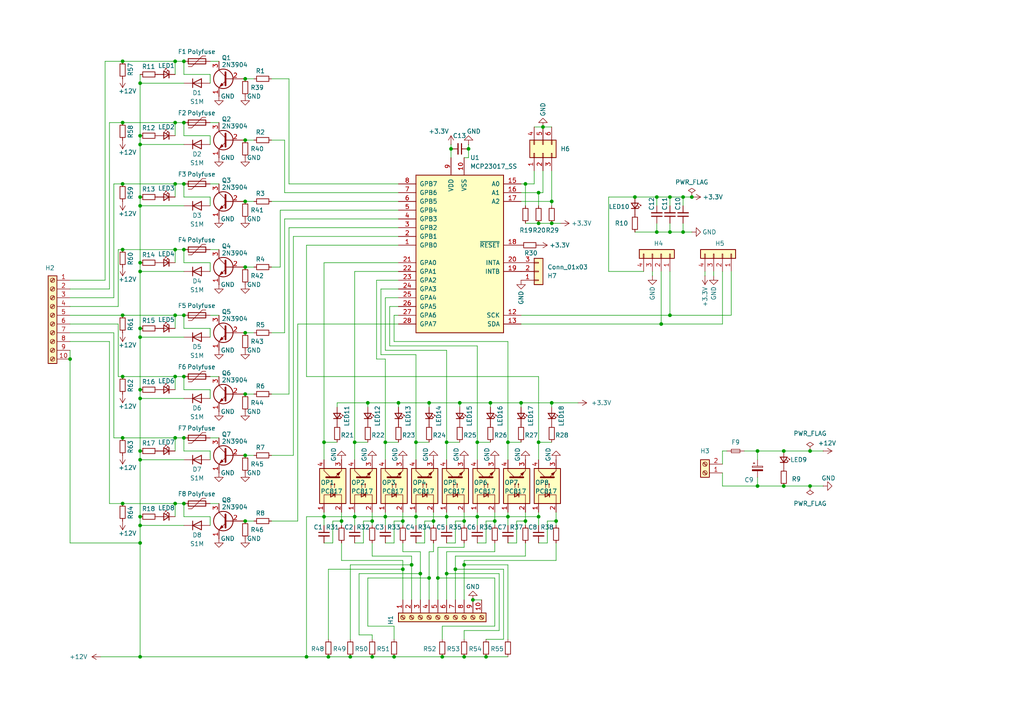
<source format=kicad_sch>
(kicad_sch (version 20231120) (generator "eeschema") (generator_version "8.0")
  (paper "A4")
  (title_block (title "SHIO88E") (rev "1.0") (company "Author: Csaba Aladar Zoltan") (comment 1 "I2C IO extension for SHIOGW and SHIO88W boards"))
  (junction (at 227.33 140.97))
  (junction (at 151.13 116.84))
  (junction (at 71.12 132.08))
  (junction (at 147.32 149.86))
  (junction (at 53.34 35.56))
  (junction (at 40.64 41.91))
  (junction (at 71.12 22.86))
  (junction (at 71.12 114.3))
  (junction (at 40.64 24.13))
  (junction (at 198.12 57.15))
  (junction (at 40.64 95.25))
  (junction (at 227.33 130.81))
  (junction (at 35.56 35.56))
  (junction (at 119.38 163.83))
  (junction (at 50.8 72.39))
  (junction (at 129.54 166.37))
  (junction (at 137.16 173.99))
  (junction (at 35.56 72.39))
  (junction (at 152.4 53.34))
  (junction (at 102.87 149.86))
  (junction (at 50.8 53.34))
  (junction (at 50.8 91.44))
  (junction (at 40.64 59.69))
  (junction (at 134.62 190.5))
  (junction (at 120.65 128.27))
  (junction (at 50.8 127))
  (junction (at 115.57 116.84))
  (junction (at 135.89 43.18))
  (junction (at 114.3 190.5))
  (junction (at 116.84 151.13))
  (junction (at 53.34 109.22))
  (junction (at 191.77 93.98))
  (junction (at 190.5 57.15))
  (junction (at 130.81 43.18))
  (junction (at 35.56 53.34))
  (junction (at 234.95 130.81))
  (junction (at 152.4 151.13))
  (junction (at 40.64 76.2))
  (junction (at 156.21 64.77))
  (junction (at 40.64 39.37))
  (junction (at 102.87 128.27))
  (junction (at 93.98 149.86))
  (junction (at 124.46 116.84))
  (junction (at 40.64 133.35))
  (junction (at 95.25 190.5))
  (junction (at 99.06 151.13))
  (junction (at 40.64 113.03))
  (junction (at 40.64 190.5))
  (junction (at 53.34 127))
  (junction (at 50.8 146.05))
  (junction (at 138.43 128.27))
  (junction (at 111.76 149.86))
  (junction (at 161.29 151.13))
  (junction (at 111.76 128.27))
  (junction (at 101.6 190.5))
  (junction (at 133.35 116.84))
  (junction (at 50.8 35.56))
  (junction (at 53.34 72.39))
  (junction (at 88.9 190.5))
  (junction (at 134.62 163.83))
  (junction (at 198.12 67.31))
  (junction (at 40.64 57.15))
  (junction (at 40.64 149.86))
  (junction (at 134.62 151.13))
  (junction (at 160.02 64.77))
  (junction (at 40.64 115.57))
  (junction (at 120.65 149.86))
  (junction (at 157.48 36.83))
  (junction (at 140.97 190.5))
  (junction (at 194.31 91.44))
  (junction (at 127 167.64))
  (junction (at 106.68 116.84))
  (junction (at 124.46 167.64))
  (junction (at 71.12 96.52))
  (junction (at 40.64 97.79))
  (junction (at 35.56 146.05))
  (junction (at 20.32 104.14))
  (junction (at 160.02 58.42))
  (junction (at 53.34 17.78))
  (junction (at 138.43 149.86))
  (junction (at 116.84 165.1))
  (junction (at 93.98 128.27))
  (junction (at 40.64 78.74))
  (junction (at 184.15 57.15))
  (junction (at 156.21 149.86))
  (junction (at 53.34 91.44))
  (junction (at 71.12 77.47))
  (junction (at 219.71 130.81))
  (junction (at 71.12 58.42))
  (junction (at 234.95 140.97))
  (junction (at 156.21 128.27))
  (junction (at 71.12 151.13))
  (junction (at 107.95 190.5))
  (junction (at 40.64 130.81))
  (junction (at 129.54 149.86))
  (junction (at 50.8 17.78))
  (junction (at 194.31 67.31))
  (junction (at 35.56 127))
  (junction (at 200.66 57.15))
  (junction (at 71.12 40.64))
  (junction (at 147.32 128.27))
  (junction (at 142.24 116.84))
  (junction (at 53.34 53.34))
  (junction (at 40.64 152.4))
  (junction (at 50.8 109.22))
  (junction (at 125.73 151.13))
  (junction (at 156.21 55.88))
  (junction (at 128.27 190.5))
  (junction (at 129.54 128.27))
  (junction (at 35.56 91.44))
  (junction (at 35.56 109.22))
  (junction (at 107.95 151.13))
  (junction (at 121.92 166.37))
  (junction (at 132.08 165.1))
  (junction (at 143.51 151.13))
  (junction (at 219.71 140.97))
  (junction (at 35.56 17.78))
  (junction (at 40.64 157.48))
  (junction (at 194.31 57.15))
  (junction (at 160.02 116.84))
  (junction (at 53.34 146.05))
  (junction (at 190.5 67.31))
  (wire (pts (xy 20.32 157.48) (xy 40.64 157.48)))
  (wire (pts (xy 147.32 157.48) (xy 149.86 157.48)))
  (wire (pts (xy 209.55 93.98) (xy 209.55 78.74)))
  (wire (pts (xy 152.4 152.4) (xy 152.4 151.13)))
  (wire (pts (xy 140.97 157.48) (xy 140.97 151.13)))
  (wire (pts (xy 53.34 113.03) (xy 60.96 113.03)))
  (wire (pts (xy 40.64 97.79) (xy 40.64 113.03)))
  (wire (pts (xy 194.31 78.74) (xy 194.31 91.44)))
  (wire (pts (xy 114.3 181.61) (xy 106.68 181.61)))
  (wire (pts (xy 111.76 128.27) (xy 115.57 128.27)))
  (wire (pts (xy 129.54 128.27) (xy 129.54 133.35)))
  (wire (pts (xy 129.54 128.27) (xy 133.35 128.27)))
  (wire (pts (xy 111.76 104.14) (xy 109.22 104.14)))
  (wire (pts (xy 53.34 35.56) (xy 53.34 39.37)))
  (wire (pts (xy 106.68 116.84) (xy 115.57 116.84)))
  (wire (pts (xy 34.29 72.39) (xy 34.29 88.9)))
  (wire (pts (xy 107.95 157.48) (xy 107.95 161.29)))
  (wire (pts (xy 134.62 152.4) (xy 134.62 151.13)))
  (wire (pts (xy 60.96 95.25) (xy 60.96 97.79)))
  (wire (pts (xy 40.64 39.37) (xy 40.64 24.13)))
  (wire (pts (xy 71.12 96.52) (xy 73.66 96.52)))
  (wire (pts (xy 60.96 127) (xy 63.5 127)))
  (wire (pts (xy 53.34 57.15) (xy 60.96 57.15)))
  (wire (pts (xy 20.32 81.28) (xy 30.48 81.28)))
  (wire (pts (xy 114.3 99.06) (xy 114.3 91.44)))
  (wire (pts (xy 40.64 41.91) (xy 40.64 57.15)))
  (wire (pts (xy 60.96 39.37) (xy 60.96 41.91)))
  (wire (pts (xy 137.16 173.99) (xy 139.7 173.99)))
  (wire (pts (xy 138.43 128.27) (xy 138.43 133.35)))
  (wire (pts (xy 71.12 132.08) (xy 73.66 132.08)))
  (wire (pts (xy 33.02 127) (xy 33.02 96.52)))
  (wire (pts (xy 99.06 152.4) (xy 99.06 151.13)))
  (wire (pts (xy 151.13 55.88) (xy 156.21 55.88)))
  (wire (pts (xy 78.74 114.3) (xy 83.82 114.3)))
  (wire (pts (xy 176.53 78.74) (xy 176.53 57.15)))
  (wire (pts (xy 184.15 67.31) (xy 190.5 67.31)))
  (wire (pts (xy 176.53 57.15) (xy 184.15 57.15)))
  (wire (pts (xy 113.03 100.33) (xy 138.43 100.33)))
  (wire (pts (xy 53.34 149.86) (xy 60.96 149.86)))
  (wire (pts (xy 35.56 109.22) (xy 34.29 109.22)))
  (wire (pts (xy 158.75 151.13) (xy 161.29 151.13)))
  (wire (pts (xy 20.32 104.14) (xy 20.32 157.48)))
  (wire (pts (xy 111.76 104.14) (xy 111.76 128.27)))
  (wire (pts (xy 152.4 53.34) (xy 152.4 59.69)))
  (wire (pts (xy 99.06 157.48) (xy 99.06 162.56)))
  (wire (pts (xy 86.36 151.13) (xy 86.36 93.98)))
  (wire (pts (xy 82.55 96.52) (xy 82.55 63.5)))
  (wire (pts (xy 138.43 152.4) (xy 138.43 149.86)))
  (wire (pts (xy 114.3 151.13) (xy 116.84 151.13)))
  (wire (pts (xy 96.52 157.48) (xy 96.52 151.13)))
  (wire (pts (xy 152.4 157.48) (xy 152.4 161.29)))
  (wire (pts (xy 82.55 63.5) (xy 115.57 63.5)))
  (wire (pts (xy 83.82 66.04) (xy 115.57 66.04)))
  (wire (pts (xy 101.6 185.42) (xy 101.6 163.83)))
  (wire (pts (xy 147.32 152.4) (xy 147.32 149.86)))
  (wire (pts (xy 134.62 190.5) (xy 128.27 190.5)))
  (wire (pts (xy 124.46 167.64) (xy 124.46 173.99)))
  (wire (pts (xy 151.13 93.98) (xy 191.77 93.98)))
  (wire (pts (xy 20.32 99.06) (xy 31.75 99.06)))
  (wire (pts (xy 156.21 128.27) (xy 160.02 128.27)))
  (wire (pts (xy 101.6 163.83) (xy 119.38 163.83)))
  (wire (pts (xy 140.97 151.13) (xy 143.51 151.13)))
  (wire (pts (xy 40.64 115.57) (xy 40.64 130.81)))
  (wire (pts (xy 34.29 109.22) (xy 34.29 93.98)))
  (wire (pts (xy 190.5 57.15) (xy 190.5 59.69)))
  (wire (pts (xy 50.8 109.22) (xy 50.8 113.03)))
  (wire (pts (xy 102.87 149.86) (xy 111.76 149.86)))
  (wire (pts (xy 209.55 130.81) (xy 210.82 130.81)))
  (wire (pts (xy 50.8 17.78) (xy 53.34 17.78)))
  (wire (pts (xy 40.64 57.15) (xy 40.64 59.69)))
  (wire (pts (xy 60.96 109.22) (xy 63.5 109.22)))
  (wire (pts (xy 93.98 149.86) (xy 93.98 148.59)))
  (wire (pts (xy 116.84 165.1) (xy 116.84 173.99)))
  (wire (pts (xy 78.74 77.47) (xy 81.28 77.47)))
  (wire (pts (xy 160.02 64.77) (xy 162.56 64.77)))
  (wire (pts (xy 116.84 157.48) (xy 116.84 160.02)))
  (wire (pts (xy 219.71 140.97) (xy 219.71 138.43)))
  (wire (pts (xy 86.36 93.98) (xy 115.57 93.98)))
  (wire (pts (xy 53.34 95.25) (xy 60.96 95.25)))
  (wire (pts (xy 194.31 91.44) (xy 212.09 91.44)))
  (wire (pts (xy 200.66 57.15) (xy 198.12 57.15)))
  (wire (pts (xy 146.05 185.42) (xy 146.05 165.1)))
  (wire (pts (xy 120.65 128.27) (xy 120.65 133.35)))
  (wire (pts (xy 40.64 59.69) (xy 40.64 76.2)))
  (wire (pts (xy 161.29 152.4) (xy 161.29 151.13)))
  (wire (pts (xy 156.21 55.88) (xy 156.21 59.69)))
  (wire (pts (xy 31.75 146.05) (xy 35.56 146.05)))
  (wire (pts (xy 125.73 160.02) (xy 124.46 160.02)))
  (wire (pts (xy 200.66 67.31) (xy 198.12 67.31)))
  (wire (pts (xy 53.34 127) (xy 53.34 130.81)))
  (wire (pts (xy 120.65 152.4) (xy 120.65 149.86)))
  (wire (pts (xy 50.8 72.39) (xy 50.8 76.2)))
  (wire (pts (xy 107.95 152.4) (xy 107.95 151.13)))
  (wire (pts (xy 143.51 181.61) (xy 143.51 167.64)))
  (wire (pts (xy 20.32 93.98) (xy 34.29 93.98)))
  (wire (pts (xy 40.64 97.79) (xy 53.34 97.79)))
  (wire (pts (xy 143.51 151.13) (xy 143.51 148.59)))
  (wire (pts (xy 40.64 152.4) (xy 53.34 152.4)))
  (wire (pts (xy 156.21 64.77) (xy 160.02 64.77)))
  (wire (pts (xy 50.8 53.34) (xy 50.8 57.15)))
  (wire (pts (xy 99.06 162.56) (xy 116.84 162.56)))
  (wire (pts (xy 143.51 157.48) (xy 143.51 160.02)))
  (wire (pts (xy 154.94 36.83) (xy 157.48 36.83)))
  (wire (pts (xy 144.78 166.37) (xy 129.54 166.37)))
  (wire (pts (xy 142.24 116.84) (xy 151.13 116.84)))
  (wire (pts (xy 93.98 157.48) (xy 96.52 157.48)))
  (wire (pts (xy 128.27 181.61) (xy 143.51 181.61)))
  (wire (pts (xy 129.54 149.86) (xy 129.54 148.59)))
  (wire (pts (xy 83.82 22.86) (xy 83.82 53.34)))
  (wire (pts (xy 212.09 91.44) (xy 212.09 78.74)))
  (wire (pts (xy 146.05 185.42) (xy 140.97 185.42)))
  (wire (pts (xy 102.87 149.86) (xy 102.87 148.59)))
  (wire (pts (xy 138.43 100.33) (xy 138.43 128.27)))
  (wire (pts (xy 31.75 35.56) (xy 31.75 83.82)))
  (wire (pts (xy 53.34 72.39) (xy 50.8 72.39)))
  (wire (pts (xy 50.8 109.22) (xy 35.56 109.22)))
  (wire (pts (xy 156.21 55.88) (xy 157.48 55.88)))
  (wire (pts (xy 135.89 43.18) (xy 135.89 45.72)))
  (wire (pts (xy 102.87 78.74) (xy 102.87 128.27)))
  (wire (pts (xy 102.87 157.48) (xy 105.41 157.48)))
  (wire (pts (xy 20.32 96.52) (xy 33.02 96.52)))
  (wire (pts (xy 40.64 59.69) (xy 53.34 59.69)))
  (wire (pts (xy 105.41 151.13) (xy 107.95 151.13)))
  (wire (pts (xy 161.29 151.13) (xy 161.29 148.59)))
  (wire (pts (xy 111.76 157.48) (xy 114.3 157.48)))
  (wire (pts (xy 134.62 182.88) (xy 144.78 182.88)))
  (wire (pts (xy 40.64 115.57) (xy 53.34 115.57)))
  (wire (pts (xy 85.09 68.58) (xy 115.57 68.58)))
  (wire (pts (xy 99.06 151.13) (xy 99.06 148.59)))
  (wire (pts (xy 40.64 152.4) (xy 40.64 157.48)))
  (wire (pts (xy 95.25 190.5) (xy 101.6 190.5)))
  (wire (pts (xy 40.64 78.74) (xy 40.64 95.25)))
  (wire (pts (xy 60.96 72.39) (xy 63.5 72.39)))
  (wire (pts (xy 124.46 160.02) (xy 124.46 167.64)))
  (wire (pts (xy 60.96 17.78) (xy 63.5 17.78)))
  (wire (pts (xy 129.54 157.48) (xy 132.08 157.48)))
  (wire (pts (xy 71.12 22.86) (xy 73.66 22.86)))
  (wire (pts (xy 40.64 76.2) (xy 40.64 78.74)))
  (wire (pts (xy 157.48 55.88) (xy 157.48 49.53)))
  (wire (pts (xy 191.77 93.98) (xy 209.55 93.98)))
  (wire (pts (xy 29.21 190.5) (xy 40.64 190.5)))
  (wire (pts (xy 120.65 149.86) (xy 120.65 148.59)))
  (wire (pts (xy 93.98 76.2) (xy 93.98 128.27)))
  (wire (pts (xy 120.65 102.87) (xy 110.49 102.87)))
  (wire (pts (xy 101.6 190.5) (xy 107.95 190.5)))
  (wire (pts (xy 189.23 80.01) (xy 189.23 78.74)))
  (wire (pts (xy 60.96 57.15) (xy 60.96 59.69)))
  (wire (pts (xy 147.32 185.42) (xy 147.32 163.83)))
  (wire (pts (xy 135.89 41.91) (xy 135.89 43.18)))
  (wire (pts (xy 110.49 83.82) (xy 115.57 83.82)))
  (wire (pts (xy 142.24 118.11) (xy 142.24 116.84)))
  (wire (pts (xy 93.98 149.86) (xy 102.87 149.86)))
  (wire (pts (xy 20.32 101.6) (xy 20.32 104.14)))
  (wire (pts (xy 209.55 140.97) (xy 219.71 140.97)))
  (wire (pts (xy 138.43 149.86) (xy 138.43 148.59)))
  (wire (pts (xy 40.64 133.35) (xy 40.64 149.86)))
  (wire (pts (xy 78.74 132.08) (xy 85.09 132.08)))
  (wire (pts (xy 147.32 163.83) (xy 134.62 163.83)))
  (wire (pts (xy 53.34 127) (xy 50.8 127)))
  (wire (pts (xy 113.03 88.9) (xy 115.57 88.9)))
  (wire (pts (xy 40.64 41.91) (xy 53.34 41.91)))
  (wire (pts (xy 95.25 165.1) (xy 116.84 165.1)))
  (wire (pts (xy 147.32 99.06) (xy 147.32 128.27)))
  (wire (pts (xy 191.77 78.74) (xy 191.77 93.98)))
  (wire (pts (xy 60.96 76.2) (xy 60.96 78.74)))
  (wire (pts (xy 111.76 149.86) (xy 120.65 149.86)))
  (wire (pts (xy 97.79 116.84) (xy 97.79 118.11)))
  (wire (pts (xy 50.8 53.34) (xy 53.34 53.34)))
  (wire (pts (xy 135.89 45.72) (xy 134.62 45.72)))
  (wire (pts (xy 156.21 157.48) (xy 158.75 157.48)))
  (wire (pts (xy 81.28 60.96) (xy 115.57 60.96)))
  (wire (pts (xy 111.76 101.6) (xy 111.76 86.36)))
  (wire (pts (xy 40.64 149.86) (xy 40.64 152.4)))
  (wire (pts (xy 97.79 116.84) (xy 106.68 116.84)))
  (wire (pts (xy 194.31 57.15) (xy 198.12 57.15)))
  (wire (pts (xy 93.98 128.27) (xy 93.98 133.35)))
  (wire (pts (xy 33.02 53.34) (xy 35.56 53.34)))
  (wire (pts (xy 219.71 130.81) (xy 219.71 133.35)))
  (wire (pts (xy 104.14 166.37) (xy 121.92 166.37)))
  (wire (pts (xy 50.8 91.44) (xy 53.34 91.44)))
  (wire (pts (xy 40.64 190.5) (xy 88.9 190.5)))
  (wire (pts (xy 35.56 35.56) (xy 31.75 35.56)))
  (wire (pts (xy 143.51 160.02) (xy 129.54 160.02)))
  (wire (pts (xy 115.57 71.12) (xy 88.9 71.12)))
  (wire (pts (xy 120.65 149.86) (xy 129.54 149.86)))
  (wire (pts (xy 111.76 86.36) (xy 115.57 86.36)))
  (wire (pts (xy 116.84 152.4) (xy 116.84 151.13)))
  (wire (pts (xy 119.38 161.29) (xy 119.38 163.83)))
  (wire (pts (xy 81.28 77.47) (xy 81.28 60.96)))
  (wire (pts (xy 132.08 165.1) (xy 132.08 173.99)))
  (wire (pts (xy 95.25 190.5) (xy 88.9 190.5)))
  (wire (pts (xy 160.02 58.42) (xy 160.02 49.53)))
  (wire (pts (xy 78.74 151.13) (xy 86.36 151.13)))
  (wire (pts (xy 88.9 109.22) (xy 156.21 109.22)))
  (wire (pts (xy 133.35 116.84) (xy 142.24 116.84)))
  (wire (pts (xy 53.34 39.37) (xy 60.96 39.37)))
  (wire (pts (xy 40.64 130.81) (xy 40.64 133.35)))
  (wire (pts (xy 161.29 157.48) (xy 161.29 162.56)))
  (wire (pts (xy 114.3 91.44) (xy 115.57 91.44)))
  (wire (pts (xy 53.34 109.22) (xy 50.8 109.22)))
  (wire (pts (xy 134.62 162.56) (xy 134.62 163.83)))
  (wire (pts (xy 151.13 116.84) (xy 160.02 116.84)))
  (wire (pts (xy 30.48 17.78) (xy 35.56 17.78)))
  (wire (pts (xy 194.31 59.69) (xy 194.31 57.15)))
  (wire (pts (xy 95.25 185.42) (xy 95.25 165.1)))
  (wire (pts (xy 33.02 86.36) (xy 33.02 53.34)))
  (wire (pts (xy 124.46 116.84) (xy 133.35 116.84)))
  (wire (pts (xy 53.34 146.05) (xy 53.34 149.86)))
  (wire (pts (xy 96.52 151.13) (xy 99.06 151.13)))
  (wire (pts (xy 111.76 128.27) (xy 111.76 133.35)))
  (wire (pts (xy 106.68 167.64) (xy 124.46 167.64)))
  (wire (pts (xy 129.54 166.37) (xy 129.54 173.99)))
  (wire (pts (xy 35.56 72.39) (xy 34.29 72.39)))
  (wire (pts (xy 93.98 152.4) (xy 93.98 149.86)))
  (wire (pts (xy 215.9 130.81) (xy 219.71 130.81)))
  (wire (pts (xy 116.84 160.02) (xy 121.92 160.02)))
  (wire (pts (xy 116.84 162.56) (xy 116.84 165.1)))
  (wire (pts (xy 125.73 152.4) (xy 125.73 151.13)))
  (wire (pts (xy 107.95 184.15) (xy 104.14 184.15)))
  (wire (pts (xy 160.02 118.11) (xy 160.02 116.84)))
  (wire (pts (xy 107.95 151.13) (xy 107.95 148.59)))
  (wire (pts (xy 53.34 53.34) (xy 53.34 57.15)))
  (wire (pts (xy 20.32 83.82) (xy 31.75 83.82)))
  (wire (pts (xy 35.56 146.05) (xy 50.8 146.05)))
  (wire (pts (xy 60.96 91.44) (xy 63.5 91.44)))
  (wire (pts (xy 194.31 67.31) (xy 198.12 67.31)))
  (wire (pts (xy 85.09 132.08) (xy 85.09 68.58)))
  (wire (pts (xy 83.82 114.3) (xy 83.82 66.04)))
  (wire (pts (xy 114.3 99.06) (xy 147.32 99.06)))
  (wire (pts (xy 125.73 157.48) (xy 125.73 160.02)))
  (wire (pts (xy 93.98 128.27) (xy 97.79 128.27)))
  (wire (pts (xy 158.75 157.48) (xy 158.75 151.13)))
  (wire (pts (xy 114.3 185.42) (xy 114.3 181.61)))
  (wire (pts (xy 130.81 41.91) (xy 130.81 43.18)))
  (wire (pts (xy 147.32 190.5) (xy 140.97 190.5)))
  (wire (pts (xy 107.95 190.5) (xy 114.3 190.5)))
  (wire (pts (xy 20.32 86.36) (xy 33.02 86.36)))
  (wire (pts (xy 156.21 152.4) (xy 156.21 149.86)))
  (wire (pts (xy 115.57 118.11) (xy 115.57 116.84)))
  (wire (pts (xy 134.62 157.48) (xy 134.62 158.75)))
  (wire (pts (xy 161.29 162.56) (xy 134.62 162.56)))
  (wire (pts (xy 60.96 53.34) (xy 63.5 53.34)))
  (wire (pts (xy 152.4 53.34) (xy 154.94 53.34)))
  (wire (pts (xy 50.8 72.39) (xy 35.56 72.39)))
  (wire (pts (xy 53.34 21.59) (xy 60.96 21.59)))
  (wire (pts (xy 71.12 77.47) (xy 73.66 77.47)))
  (wire (pts (xy 146.05 165.1) (xy 132.08 165.1)))
  (wire (pts (xy 154.94 53.34) (xy 154.94 49.53)))
  (wire (pts (xy 219.71 130.81) (xy 227.33 130.81)))
  (wire (pts (xy 88.9 71.12) (xy 88.9 109.22)))
  (wire (pts (xy 53.34 109.22) (xy 53.34 113.03)))
  (wire (pts (xy 60.96 149.86) (xy 60.96 152.4)))
  (wire (pts (xy 105.41 157.48) (xy 105.41 151.13)))
  (wire (pts (xy 113.03 100.33) (xy 113.03 88.9)))
  (wire (pts (xy 160.02 116.84) (xy 167.64 116.84)))
  (wire (pts (xy 106.68 181.61) (xy 106.68 167.64)))
  (wire (pts (xy 121.92 166.37) (xy 121.92 173.99)))
  (wire (pts (xy 60.96 113.03) (xy 60.96 115.57)))
  (wire (pts (xy 40.64 113.03) (xy 40.64 115.57)))
  (wire (pts (xy 20.32 91.44) (xy 35.56 91.44)))
  (wire (pts (xy 151.13 58.42) (xy 160.02 58.42)))
  (wire (pts (xy 40.64 133.35) (xy 53.34 133.35)))
  (wire (pts (xy 125.73 151.13) (xy 125.73 148.59)))
  (wire (pts (xy 30.48 17.78) (xy 30.48 81.28)))
  (wire (pts (xy 152.4 161.29) (xy 132.08 161.29)))
  (wire (pts (xy 132.08 151.13) (xy 134.62 151.13)))
  (wire (pts (xy 53.34 35.56) (xy 50.8 35.56)))
  (wire (pts (xy 120.65 128.27) (xy 124.46 128.27)))
  (wire (pts (xy 115.57 76.2) (xy 93.98 76.2)))
  (wire (pts (xy 194.31 67.31) (xy 194.31 64.77)))
  (wire (pts (xy 176.53 78.74) (xy 186.69 78.74)))
  (wire (pts (xy 111.76 101.6) (xy 129.54 101.6)))
  (wire (pts (xy 143.51 152.4) (xy 143.51 151.13)))
  (wire (pts (xy 119.38 163.83) (xy 119.38 173.99)))
  (wire (pts (xy 35.56 127) (xy 33.02 127)))
  (wire (pts (xy 147.32 149.86) (xy 147.32 148.59)))
  (wire (pts (xy 156.21 128.27) (xy 156.21 133.35)))
  (wire (pts (xy 184.15 57.15) (xy 190.5 57.15)))
  (wire (pts (xy 102.87 152.4) (xy 102.87 149.86)))
  (wire (pts (xy 190.5 67.31) (xy 194.31 67.31)))
  (wire (pts (xy 40.64 24.13) (xy 53.34 24.13)))
  (wire (pts (xy 60.96 21.59) (xy 60.96 24.13)))
  (wire (pts (xy 134.62 158.75) (xy 127 158.75)))
  (wire (pts (xy 53.34 91.44) (xy 53.34 95.25)))
  (wire (pts (xy 40.64 21.59) (xy 40.64 24.13)))
  (wire (pts (xy 78.74 22.86) (xy 83.82 22.86)))
  (wire (pts (xy 120.65 102.87) (xy 120.65 128.27)))
  (wire (pts (xy 132.08 157.48) (xy 132.08 151.13)))
  (wire (pts (xy 50.8 35.56) (xy 35.56 35.56)))
  (wire (pts (xy 115.57 78.74) (xy 102.87 78.74)))
  (wire (pts (xy 151.13 91.44) (xy 194.31 91.44)))
  (wire (pts (xy 35.56 53.34) (xy 50.8 53.34)))
  (wire (pts (xy 78.74 58.42) (xy 115.57 58.42)))
  (wire (pts (xy 107.95 185.42) (xy 107.95 184.15)))
  (wire (pts (xy 82.55 55.88) (xy 115.57 55.88)))
  (wire (pts (xy 114.3 157.48) (xy 114.3 151.13)))
  (wire (pts (xy 111.76 149.86) (xy 111.76 148.59)))
  (wire (pts (xy 132.08 161.29) (xy 132.08 165.1)))
  (wire (pts (xy 219.71 140.97) (xy 227.33 140.97)))
  (wire (pts (xy 40.64 157.48) (xy 40.64 190.5)))
  (wire (pts (xy 102.87 128.27) (xy 102.87 133.35)))
  (wire (pts (xy 147.32 149.86) (xy 156.21 149.86)))
  (wire (pts (xy 127 158.75) (xy 127 167.64)))
  (wire (pts (xy 147.32 128.27) (xy 147.32 133.35)))
  (wire (pts (xy 71.12 58.42) (xy 73.66 58.42)))
  (wire (pts (xy 160.02 58.42) (xy 160.02 59.69)))
  (wire (pts (xy 20.32 88.9) (xy 34.29 88.9)))
  (wire (pts (xy 151.13 118.11) (xy 151.13 116.84)))
  (wire (pts (xy 114.3 190.5) (xy 128.27 190.5)))
  (wire (pts (xy 123.19 157.48) (xy 123.19 151.13)))
  (wire (pts (xy 227.33 130.81) (xy 234.95 130.81)))
  (wire (pts (xy 227.33 140.97) (xy 234.95 140.97)))
  (wire (pts (xy 78.74 40.64) (xy 82.55 40.64)))
  (wire (pts (xy 152.4 64.77) (xy 156.21 64.77)))
  (wire (pts (xy 234.95 140.97) (xy 238.76 140.97)))
  (wire (pts (xy 134.62 163.83) (xy 134.62 173.99)))
  (wire (pts (xy 102.87 128.27) (xy 106.68 128.27)))
  (wire (pts (xy 134.62 185.42) (xy 134.62 182.88)))
  (wire (pts (xy 88.9 149.86) (xy 93.98 149.86)))
  (wire (pts (xy 107.95 161.29) (xy 119.38 161.29)))
  (wire (pts (xy 50.8 127) (xy 50.8 130.81)))
  (wire (pts (xy 71.12 114.3) (xy 73.66 114.3)))
  (wire (pts (xy 53.34 130.81) (xy 60.96 130.81)))
  (wire (pts (xy 149.86 151.13) (xy 152.4 151.13)))
  (wire (pts (xy 138.43 149.86) (xy 147.32 149.86)))
  (wire (pts (xy 151.13 53.34) (xy 152.4 53.34)))
  (wire (pts (xy 83.82 53.34) (xy 115.57 53.34)))
  (wire (pts (xy 152.4 151.13) (xy 152.4 148.59)))
  (wire (pts (xy 128.27 185.42) (xy 128.27 181.61)))
  (wire (pts (xy 120.65 157.48) (xy 123.19 157.48)))
  (wire (pts (xy 138.43 128.27) (xy 142.24 128.27)))
  (wire (pts (xy 123.19 151.13) (xy 125.73 151.13)))
  (wire (pts (xy 124.46 118.11) (xy 124.46 116.84)))
  (wire (pts (xy 50.8 127) (xy 35.56 127)))
  (wire (pts (xy 129.54 160.02) (xy 129.54 166.37)))
  (wire (pts (xy 115.57 116.84) (xy 124.46 116.84)))
  (wire (pts (xy 88.9 149.86) (xy 88.9 190.5)))
  (wire (pts (xy 50.8 35.56) (xy 50.8 39.37)))
  (wire (pts (xy 129.54 149.86) (xy 138.43 149.86)))
  (wire (pts (xy 50.8 146.05) (xy 50.8 149.86)))
  (wire (pts (xy 198.12 67.31) (xy 198.12 64.77)))
  (wire (pts (xy 40.64 41.91) (xy 40.64 39.37)))
  (wire (pts (xy 71.12 40.64) (xy 73.66 40.64)))
  (wire (pts (xy 116.84 151.13) (xy 116.84 148.59)))
  (wire (pts (xy 234.95 130.81) (xy 238.76 130.81)))
  (wire (pts (xy 53.34 72.39) (xy 53.34 76.2)))
  (wire (pts (xy 157.48 36.83) (xy 160.02 36.83)))
  (wire (pts (xy 156.21 109.22) (xy 156.21 128.27)))
  (wire (pts (xy 110.49 102.87) (xy 110.49 83.82)))
  (wire (pts (xy 129.54 101.6) (xy 129.54 128.27)))
  (wire (pts (xy 60.96 35.56) (xy 63.5 35.56)))
  (wire (pts (xy 130.81 43.18) (xy 130.81 45.72)))
  (wire (pts (xy 207.01 80.01) (xy 207.01 78.74)))
  (wire (pts (xy 143.51 167.64) (xy 127 167.64)))
  (wire (pts (xy 60.96 130.81) (xy 60.96 133.35)))
  (wire (pts (xy 147.32 128.27) (xy 151.13 128.27)))
  (wire (pts (xy 31.75 99.06) (xy 31.75 146.05)))
  (wire (pts (xy 156.21 149.86) (xy 156.21 148.59)))
  (wire (pts (xy 149.86 157.48) (xy 149.86 151.13)))
  (wire (pts (xy 144.78 182.88) (xy 144.78 166.37)))
  (wire (pts (xy 190.5 57.15) (xy 194.31 57.15)))
  (wire (pts (xy 129.54 152.4) (xy 129.54 149.86)))
  (wire (pts (xy 35.56 91.44) (xy 50.8 91.44)))
  (wire (pts (xy 209.55 140.97) (xy 209.55 137.16)))
  (wire (pts (xy 60.96 146.05) (xy 63.5 146.05)))
  (wire (pts (xy 53.34 17.78) (xy 53.34 21.59)))
  (wire (pts (xy 50.8 17.78) (xy 50.8 21.59)))
  (wire (pts (xy 204.47 80.01) (xy 204.47 78.74)))
  (wire (pts (xy 78.74 96.52) (xy 82.55 96.52)))
  (wire (pts (xy 140.97 190.5) (xy 134.62 190.5)))
  (wire (pts (xy 209.55 134.62) (xy 209.55 130.81)))
  (wire (pts (xy 138.43 157.48) (xy 140.97 157.48)))
  (wire (pts (xy 190.5 67.31) (xy 190.5 64.77)))
  (wire (pts (xy 134.62 151.13) (xy 134.62 148.59)))
  (wire (pts (xy 127 167.64) (xy 127 173.99)))
  (wire (pts (xy 121.92 160.02) (xy 121.92 166.37)))
  (wire (pts (xy 106.68 118.11) (xy 106.68 116.84)))
  (wire (pts (xy 40.64 78.74) (xy 53.34 78.74)))
  (wire (pts (xy 71.12 151.13) (xy 73.66 151.13)))
  (wire (pts (xy 82.55 40.64) (xy 82.55 55.88)))
  (wire (pts (xy 111.76 152.4) (xy 111.76 149.86)))
  (wire (pts (xy 53.34 76.2) (xy 60.96 76.2)))
  (wire (pts (xy 50.8 91.44) (xy 50.8 95.25)))
  (wire (pts (xy 35.56 17.78) (xy 50.8 17.78)))
  (wire (pts (xy 109.22 81.28) (xy 115.57 81.28)))
  (wire (pts (xy 198.12 59.69) (xy 198.12 57.15)))
  (wire (pts (xy 40.64 95.25) (xy 40.64 97.79)))
  (wire (pts (xy 104.14 184.15) (xy 104.14 166.37)))
  (wire (pts (xy 50.8 146.05) (xy 53.34 146.05)))
  (wire (pts (xy 109.22 104.14) (xy 109.22 81.28)))
  (wire (pts (xy 133.35 118.11) (xy 133.35 116.84)))
  (symbol (lib_id "Device:LED_Small") (at 151.13 120.65 270) (mirror x) (unit 1)
    (property "Reference" "LED17" (at 153.924 120.65 0))
    (property "Value" "LED_Small" (effects (hide yes)))
    (property "Footprint" "LED_SMD:LED_0805_2012Metric_Pad1.15x1.40mm_HandSolder" (effects (hide yes)))
    (property "Description" "LED 0805, Red" (effects (hide yes)))
    (property "LCSC" "C84256" (effects (hide yes)))
  )
  (symbol (lib_id "power:+12V") (at 35.56 22.86 180) (unit 1)
    (property "Reference" "#PWR037" (effects (hide yes)))
    (property "Value" "+12V" (at 39.624 26.416 0) (effects (justify left)))
    (property "Description" "Power symbol creates a global label with name \"+12V\"" (effects (hide yes)))
  )
  (symbol (lib_id "power:GND") (at 71.12 137.16 0) (unit 1)
    (property "Reference" "#PWR040" (effects (hide yes)))
    (property "Value" "GND" (at 73.66 137.16 0))
    (property "Description" "Power symbol creates a global label with name \"GND\" , ground" (effects (hide yes)))
  )
  (symbol (lib_id "Connector_Generic:Conn_01x03") (at 156.21 78.74 0) (mirror x) (unit 1) (in_bom no)
    (property "Reference" "H7" (at 158.75 80.0101 0) (effects (justify left)))
    (property "Value" "Conn_01x03" (at 158.75 77.4701 0) (effects (justify left)))
    (property "Footprint" "Connector_JST:JST_XH_B3B-XH-A_1x03_P2.50mm_Vertical" (effects (hide yes)))
    (property "Description" "Generic connector, single row, 01x03, script generated (kicad-library-utils/schlib/autogen/connector/)" (effects (hide yes)))
  )
  (symbol (lib_id "Connector:Screw_Terminal_01x02") (at 204.47 137.16 180) (unit 1) (in_bom no)
    (property "Reference" "H3" (at 204.47 130.81 0))
    (property "Value" "Screw_Terminal_01x02" (effects (hide yes)))
    (property "Footprint" "extras:MSTB 2,5-2-G-5,08" (effects (hide yes)))
    (property "Description" "Generic screw terminal, single row, 01x02, script generated (kicad-library-utils/schlib/autogen/connector/)" (effects (hide yes)))
  )
  (symbol (lib_id "power:GND") (at 161.29 133.35 180) (unit 1)
    (property "Reference" "#PWR08" (effects (hide yes)))
    (property "Value" "GND" (at 159.004 131.826 90))
    (property "Description" "Power symbol creates a global label with name \"GND\" , ground" (effects (hide yes)))
  )
  (symbol (lib_id "power:GND") (at 238.76 140.97 90) (unit 1)
    (property "Reference" "#PWR020" (effects (hide yes)))
    (property "Value" "GND" (at 240.284 138.684 90))
    (property "Description" "Power symbol creates a global label with name \"GND\" , ground" (effects (hide yes)))
  )
  (symbol (lib_id "power:GND") (at 71.12 119.38 0) (unit 1)
    (property "Reference" "#PWR038" (effects (hide yes)))
    (property "Value" "GND" (at 73.66 119.38 0))
    (property "Description" "Power symbol creates a global label with name \"GND\" , ground" (effects (hide yes)))
  )
  (symbol (lib_id "Connector:Screw_Terminal_01x10") (at 127 179.07 90) (mirror x) (unit 1) (in_bom no)
    (property "Reference" "H1" (at 113.284 179.832 0))
    (property "Value" "Screw_Terminal_01x10" (effects (hide yes)))
    (property "Footprint" "extras:MSTB 2,5-10-G-5,08_custom" (effects (hide yes)))
    (property "Description" "Generic screw terminal, single row, 01x10, script generated (kicad-library-utils/schlib/autogen/connector/)" (effects (hide yes)))
  )
  (symbol (lib_id "Device:R_Small") (at 43.18 39.37 270) (unit 1)
    (property "Reference" "R12" (at 41.148 37.084 90) (effects (justify left)))
    (property "Value" "R_Small" (effects (hide yes)))
    (property "Footprint" "Resistor_SMD:R_0805_2012Metric_Pad1.20x1.40mm_HandSolder" (effects (hide yes)))
    (property "Description" "10k, SMD 0805" (effects (hide yes)))
    (property "LCSC" "C17414" (effects (hide yes)))
  )
  (symbol (lib_id "Device:LED_Small") (at 48.26 57.15 0) (mirror y) (unit 1)
    (property "Reference" "LED3" (at 48.26 54.61 0))
    (property "Value" "LED_Small" (effects (hide yes)))
    (property "Footprint" "LED_SMD:LED_0805_2012Metric_Pad1.15x1.40mm_HandSolder" (effects (hide yes)))
    (property "Description" "LED 0805, Red" (effects (hide yes)))
    (property "LCSC" "C84256" (effects (hide yes)))
  )
  (symbol (lib_id "Device:R_Small") (at 71.12 43.18 0) (unit 1) (in_bom no)
    (property "Reference" "R40" (at 72.644 43.18 0) (effects (justify left)))
    (property "Value" "R_Small" (effects (hide yes)))
    (property "Footprint" "Resistor_SMD:R_0805_2012Metric_Pad1.20x1.40mm_HandSolder" (effects (hide yes)))
    (property "Description" "optional transistor base pull down up resistor" (effects (hide yes)))
  )
  (symbol (lib_id "power:GND") (at 63.5 101.6 0) (unit 1)
    (property "Reference" "#PWR014" (effects (hide yes)))
    (property "Value" "GND" (at 66.04 101.6 0))
    (property "Description" "Power symbol creates a global label with name \"GND\" , ground" (effects (hide yes)))
  )
  (symbol (lib_id "Device:R_Small") (at 116.84 154.94 0) (unit 1)
    (property "Reference" "R33" (at 112.268 152.908 0) (effects (justify left)))
    (property "Value" "R_Small" (effects (hide yes)))
    (property "Footprint" "Resistor_SMD:R_0805_2012Metric_Pad1.20x1.40mm_HandSolder" (effects (hide yes)))
    (property "Description" "2,2k, SMD 0805" (effects (hide yes)))
    (property "LCSC" "C17520" (effects (hide yes)))
  )
  (symbol (lib_id "power:+3.3V") (at 130.81 41.91 0) (unit 1)
    (property "Reference" "#PWR024" (effects (hide yes)))
    (property "Value" "+3.3V" (at 127.254 38.1 0))
    (property "Description" "Power symbol creates a global label with name \"+3.3V\"" (effects (hide yes)))
  )
  (symbol (lib_id "Device:R_Small") (at 106.68 125.73 0) (unit 1)
    (property "Reference" "R22" (at 107.696 126.238 0) (effects (justify left)))
    (property "Value" "R_Small" (effects (hide yes)))
    (property "Footprint" "Resistor_SMD:R_0805_2012Metric_Pad1.20x1.40mm_HandSolder" (effects (hide yes)))
    (property "Description" "2,2k, SMD 0805" (effects (hide yes)))
    (property "LCSC" "C17520" (effects (hide yes)))
  )
  (symbol (lib_id "Device:R_Small") (at 97.79 125.73 0) (unit 1)
    (property "Reference" "R21" (at 98.806 126.238 0) (effects (justify left)))
    (property "Value" "R_Small" (effects (hide yes)))
    (property "Footprint" "Resistor_SMD:R_0805_2012Metric_Pad1.20x1.40mm_HandSolder" (effects (hide yes)))
    (property "Description" "2,2k, SMD 0805" (effects (hide yes)))
    (property "LCSC" "C17520" (effects (hide yes)))
  )
  (symbol (lib_id "power:GND") (at 157.48 36.83 180) (unit 1)
    (property "Reference" "#PWR022" (effects (hide yes)))
    (property "Value" "GND" (at 157.48 31.75 90))
    (property "Description" "Power symbol creates a global label with name \"GND\" , ground" (effects (hide yes)))
  )
  (symbol (lib_id "Diode:US1M") (at 57.15 59.69 0) (unit 1) (in_bom no)
    (property "Reference" "D3" (at 57.15 62.484 0))
    (property "Value" "S1M" (at 57.15 65.024 0))
    (property "Footprint" "Diode_SMD:D_SMA" (effects (hide yes)))
    (property "Datasheet" "https://www.diodes.com/assets/Datasheets/ds16008.pdf" (effects (hide yes)))
    (property "Description" "1000V, 1A, General Purpose Rectifier Diode, SMA(DO-214AC)" (effects (hide yes)))
    (property "Sim.Device" "D" (effects (hide yes)))
    (property "Sim.Pins" "1=K 2=A" (effects (hide yes)))
    (property "Order link 1" "https://www.hestore.hu/prod_10040661.html" (effects (hide yes)))
  )
  (symbol (lib_id "Connector_Generic:Conn_01x04") (at 191.77 73.66 270) (mirror x) (unit 1) (in_bom no)
    (property "Reference" "H4" (at 191.008 70.612 90))
    (property "Value" "Conn_01x04" (effects (hide yes)))
    (property "Footprint" "Connector_JST:JST_XH_B4B-XH-A_1x04_P2.50mm_Vertical" (effects (hide yes)))
    (property "Description" "Generic connector, single row, 01x04, script generated (kicad-library-utils/schlib/autogen/connector/)" (effects (hide yes)))
    (property "Order link 1" "https://www.hestore.hu/prod_10035129.html" (effects (hide yes)))
  )
  (symbol (lib_id "Device:LED_Small") (at 115.57 120.65 270) (mirror x) (unit 1)
    (property "Reference" "LED13" (at 118.364 120.65 0))
    (property "Value" "LED_Small" (effects (hide yes)))
    (property "Footprint" "LED_SMD:LED_0805_2012Metric_Pad1.15x1.40mm_HandSolder" (effects (hide yes)))
    (property "Description" "LED 0805, Red" (effects (hide yes)))
    (property "LCSC" "C84256" (effects (hide yes)))
  )
  (symbol (lib_id "power:GND") (at 116.84 133.35 180) (unit 1)
    (property "Reference" "#PWR03" (effects (hide yes)))
    (property "Value" "GND" (at 114.554 131.826 90))
    (property "Description" "Power symbol creates a global label with name \"GND\" , ground" (effects (hide yes)))
  )
  (symbol (lib_id "Device:R_Small") (at 184.15 64.77 0) (unit 1)
    (property "Reference" "R10" (at 178.308 64.77 0) (effects (justify left)))
    (property "Value" "R_Small" (effects (hide yes)))
    (property "Footprint" "Resistor_SMD:R_0805_2012Metric_Pad1.20x1.40mm_HandSolder" (effects (hide yes)))
    (property "Description" "2,2k, SMD 0805" (effects (hide yes)))
    (property "LCSC" "C17520" (effects (hide yes)))
  )
  (symbol (lib_id "Device:R_Small") (at 99.06 154.94 0) (unit 1)
    (property "Reference" "R31" (at 94.488 152.908 0) (effects (justify left)))
    (property "Value" "R_Small" (effects (hide yes)))
    (property "Footprint" "Resistor_SMD:R_0805_2012Metric_Pad1.20x1.40mm_HandSolder" (effects (hide yes)))
    (property "Description" "2,2k, SMD 0805" (effects (hide yes)))
    (property "LCSC" "C17520" (effects (hide yes)))
  )
  (symbol (lib_id "power:+12V") (at 35.56 58.42 180) (unit 1)
    (property "Reference" "#PWR057" (effects (hide yes)))
    (property "Value" "+12V" (at 39.624 61.976 0) (effects (justify left)))
    (property "Description" "Power symbol creates a global label with name \"+12V\"" (effects (hide yes)))
  )
  (symbol (lib_id "Device:R_Small") (at 35.56 20.32 0) (unit 1) (in_bom no)
    (property "Reference" "R57" (at 37.846 22.098 90) (effects (justify left)))
    (property "Value" "R_Small" (effects (hide yes)))
    (property "Footprint" "Resistor_SMD:R_0805_2012Metric_Pad1.20x1.40mm_HandSolder" (effects (hide yes)))
    (property "Description" "optional output pull up resistor" (effects (hide yes)))
  )
  (symbol (lib_id "power:GND") (at 152.4 133.35 180) (unit 1)
    (property "Reference" "#PWR07" (effects (hide yes)))
    (property "Value" "GND" (at 150.114 131.826 90))
    (property "Description" "Power symbol creates a global label with name \"GND\" , ground" (effects (hide yes)))
  )
  (symbol (lib_id "Device:Polyfuse") (at 57.15 17.78 90) (unit 1) (in_bom no)
    (property "Reference" "F1" (at 52.832 14.986 90))
    (property "Value" "Polyfuse" (at 58.42 14.986 90))
    (property "Footprint" "Fuse:Fuse_1206_3216Metric_Pad1.42x1.75mm_HandSolder" (effects (hide yes)))
    (property "Description" "50 mA rated, 150 mA trip, SMD 1206" (effects (hide yes)))
    (property "Order link 1" "https://www.hestore.hu/prod_10039740.html" (effects (hide yes)))
  )
  (symbol (lib_id "Device:C_Small") (at 120.65 154.94 0) (unit 1)
    (property "Reference" "C4" (at 117.602 152.908 0) (effects (justify left)))
    (property "Value" "C_Small" (effects (hide yes)))
    (property "Footprint" "Capacitor_SMD:C_0805_2012Metric_Pad1.18x1.45mm_HandSolder" (effects (hide yes)))
    (property "Description" "50V 10nF X7R ±10% 0805 Multilayer Ceramic Capacitor" (effects (hide yes)))
    (property "LCSC" "C1710" (effects (hide yes)))
  )
  (symbol (lib_id "Diode:US1M") (at 57.15 97.79 0) (unit 1) (in_bom no)
    (property "Reference" "D5" (at 57.15 100.584 0))
    (property "Value" "S1M" (at 57.15 103.124 0))
    (property "Footprint" "Diode_SMD:D_SMA" (effects (hide yes)))
    (property "Datasheet" "https://www.diodes.com/assets/Datasheets/ds16008.pdf" (effects (hide yes)))
    (property "Description" "1000V, 1A, General Purpose Rectifier Diode, SMA(DO-214AC)" (effects (hide yes)))
    (property "Sim.Device" "D" (effects (hide yes)))
    (property "Sim.Pins" "1=K 2=A" (effects (hide yes)))
    (property "Order link 1" "https://www.hestore.hu/prod_10040661.html" (effects (hide yes)))
  )
  (symbol (lib_id "Device:R_Small") (at 107.95 187.96 0) (unit 1) (in_bom no)
    (property "Reference" "R50" (at 102.87 188.214 0) (effects (justify left)))
    (property "Value" "R_Small" (effects (hide yes)))
    (property "Footprint" "Resistor_SMD:R_0805_2012Metric_Pad1.20x1.40mm_HandSolder" (effects (hide yes)))
    (property "Description" "optional input pull up resistor" (effects (hide yes)))
  )
  (symbol (lib_id "Device:Polyfuse") (at 57.15 109.22 90) (unit 1) (in_bom no)
    (property "Reference" "F6" (at 52.832 106.426 90))
    (property "Value" "Polyfuse" (at 58.42 106.426 90))
    (property "Footprint" "Fuse:Fuse_1206_3216Metric_Pad1.42x1.75mm_HandSolder" (effects (hide yes)))
    (property "Description" "50 mA rated, 150 mA trip, SMD 1206" (effects (hide yes)))
    (property "Order link 1" "https://www.hestore.hu/prod_10039740.html" (effects (hide yes)))
  )
  (symbol (lib_id "Transistor_BJT:2N3904") (at 66.04 40.64 0) (mirror y) (unit 1) (in_bom no)
    (property "Reference" "Q2" (at 67.056 34.544 0) (effects (justify left)))
    (property "Value" "2N3904" (at 71.882 36.576 0) (effects (justify left)))
    (property "Footprint" "Package_TO_SOT_THT:TO-92_HandSolder" (effects (hide yes)))
    (property "Datasheet" "https://www.onsemi.com/pub/Collateral/2N3903-D.PDF" (effects (hide yes)))
    (property "Description" "0.2A Ic, 40V Vce, Small Signal NPN Transistor, TO-92" (effects (hide yes)))
    (property "Order link 1" "https://www.hestore.hu/prod_10041447.html" (effects (hide yes)))
  )
  (symbol (lib_id "Device:C_Small") (at 156.21 154.94 0) (unit 1)
    (property "Reference" "C8" (at 153.162 152.908 0) (effects (justify left)))
    (property "Value" "C_Small" (effects (hide yes)))
    (property "Footprint" "Capacitor_SMD:C_0805_2012Metric_Pad1.18x1.45mm_HandSolder" (effects (hide yes)))
    (property "Description" "50V 10nF X7R ±10% 0805 Multilayer Ceramic Capacitor" (effects (hide yes)))
    (property "LCSC" "C1710" (effects (hide yes)))
  )
  (symbol (lib_id "power:+3.3V") (at 156.21 71.12 270) (unit 1)
    (property "Reference" "#PWR030" (effects (hide yes)))
    (property "Value" "+3.3V" (at 162.306 71.12 90))
    (property "Description" "Power symbol creates a global label with name \"+3.3V\"" (effects (hide yes)))
  )
  (symbol (lib_id "Device:R_Small") (at 76.2 40.64 270) (unit 1)
    (property "Reference" "R2" (at 74.168 38.354 90) (effects (justify left)))
    (property "Value" "R_Small" (effects (hide yes)))
    (property "Footprint" "Resistor_SMD:R_0805_2012Metric_Pad1.20x1.40mm_HandSolder" (effects (hide yes)))
    (property "Description" "1k, SMD 0805" (effects (hide yes)))
    (property "LCSC" "C17513" (effects (hide yes)))
  )
  (symbol (lib_id "power:+3.3V") (at 200.66 57.15 270) (unit 1)
    (property "Reference" "#PWR021" (effects (hide yes)))
    (property "Value" "+3.3V" (at 206.756 57.15 90))
    (property "Description" "Power symbol creates a global label with name \"+3.3V\"" (effects (hide yes)))
  )
  (symbol (lib_id "Device:LED_Small") (at 48.26 39.37 0) (mirror y) (unit 1)
    (property "Reference" "LED2" (at 48.26 36.83 0))
    (property "Value" "LED_Small" (effects (hide yes)))
    (property "Footprint" "LED_SMD:LED_0805_2012Metric_Pad1.15x1.40mm_HandSolder" (effects (hide yes)))
    (property "Description" "LED 0805, Red" (effects (hide yes)))
    (property "LCSC" "C84256" (effects (hide yes)))
  )
  (symbol (lib_id "Device:R_Small") (at 114.3 187.96 0) (unit 1) (in_bom no)
    (property "Reference" "R51" (at 109.22 188.214 0) (effects (justify left)))
    (property "Value" "R_Small" (effects (hide yes)))
    (property "Footprint" "Resistor_SMD:R_0805_2012Metric_Pad1.20x1.40mm_HandSolder" (effects (hide yes)))
    (property "Description" "optional input pull up resistor" (effects (hide yes)))
  )
  (symbol (lib_id "Device:R_Small") (at 71.12 134.62 0) (unit 1) (in_bom no)
    (property "Reference" "R45" (at 72.644 134.62 0) (effects (justify left)))
    (property "Value" "R_Small" (effects (hide yes)))
    (property "Footprint" "Resistor_SMD:R_0805_2012Metric_Pad1.20x1.40mm_HandSolder" (effects (hide yes)))
    (property "Description" "optional transistor base pull down up resistor" (effects (hide yes)))
  )
  (symbol (lib_id "Device:LED_Small") (at 48.26 149.86 0) (mirror y) (unit 1)
    (property "Reference" "LED8" (at 48.26 147.32 0))
    (property "Value" "LED_Small" (effects (hide yes)))
    (property "Footprint" "LED_SMD:LED_0805_2012Metric_Pad1.15x1.40mm_HandSolder" (effects (hide yes)))
    (property "Description" "LED 0805, Red" (effects (hide yes)))
    (property "LCSC" "C84256" (effects (hide yes)))
  )
  (symbol (lib_id "power:GND") (at 200.66 67.31 90) (unit 1)
    (property "Reference" "#PWR028" (effects (hide yes)))
    (property "Value" "GND" (at 205.74 67.31 90))
    (property "Description" "Power symbol creates a global label with name \"GND\" , ground" (effects (hide yes)))
  )
  (symbol (lib_id "Device:LED_Small") (at 142.24 120.65 270) (mirror x) (unit 1)
    (property "Reference" "LED16" (at 145.034 120.65 0))
    (property "Value" "LED_Small" (effects (hide yes)))
    (property "Footprint" "LED_SMD:LED_0805_2012Metric_Pad1.15x1.40mm_HandSolder" (effects (hide yes)))
    (property "Description" "LED 0805, Red" (effects (hide yes)))
    (property "LCSC" "C84256" (effects (hide yes)))
  )
  (symbol (lib_id "Device:LED_Small") (at 184.15 59.69 270) (mirror x) (unit 1)
    (property "Reference" "LED10" (at 179.578 59.944 90))
    (property "Value" "LED_Small" (effects (hide yes)))
    (property "Footprint" "LED_SMD:LED_0805_2012Metric_Pad1.15x1.40mm_HandSolder" (effects (hide yes)))
    (property "Description" "LED 0805, Yellow" (effects (hide yes)))
    (property "LCSC" "C2296" (effects (hide yes)))
  )
  (symbol (lib_id "Device:Polyfuse") (at 57.15 53.34 90) (unit 1) (in_bom no)
    (property "Reference" "F3" (at 52.832 50.546 90))
    (property "Value" "Polyfuse" (at 58.42 50.546 90))
    (property "Footprint" "Fuse:Fuse_1206_3216Metric_Pad1.42x1.75mm_HandSolder" (effects (hide yes)))
    (property "Description" "50 mA rated, 150 mA trip, SMD 1206" (effects (hide yes)))
    (property "Order link 1" "https://www.hestore.hu/prod_10039740.html" (effects (hide yes)))
  )
  (symbol (lib_id "Device:LED_Small") (at 97.79 120.65 270) (mirror x) (unit 1)
    (property "Reference" "LED11" (at 100.584 120.65 0))
    (property "Value" "LED_Small" (effects (hide yes)))
    (property "Footprint" "LED_SMD:LED_0805_2012Metric_Pad1.15x1.40mm_HandSolder" (effects (hide yes)))
    (property "Description" "LED 0805, Red" (effects (hide yes)))
    (property "LCSC" "C84256" (effects (hide yes)))
  )
  (symbol (lib_id "Device:R_Small") (at 76.2 132.08 270) (unit 1)
    (property "Reference" "R7" (at 74.168 129.794 90) (effects (justify left)))
    (property "Value" "R_Small" (effects (hide yes)))
    (property "Footprint" "Resistor_SMD:R_0805_2012Metric_Pad1.20x1.40mm_HandSolder" (effects (hide yes)))
    (property "Description" "1k, SMD 0805" (effects (hide yes)))
    (property "LCSC" "C17513" (effects (hide yes)))
  )
  (symbol (lib_id "Device:R_Small") (at 35.56 129.54 0) (unit 1) (in_bom no)
    (property "Reference" "R63" (at 37.846 131.572 90) (effects (justify left)))
    (property "Value" "R_Small" (effects (hide yes)))
    (property "Footprint" "Resistor_SMD:R_0805_2012Metric_Pad1.20x1.40mm_HandSolder" (effects (hide yes)))
    (property "Description" "optional output pull up resistor" (effects (hide yes)))
  )
  (symbol (lib_id "Device:R_Small") (at 143.51 154.94 0) (unit 1)
    (property "Reference" "R36" (at 138.938 152.908 0) (effects (justify left)))
    (property "Value" "R_Small" (effects (hide yes)))
    (property "Footprint" "Resistor_SMD:R_0805_2012Metric_Pad1.20x1.40mm_HandSolder" (effects (hide yes)))
    (property "Description" "2,2k, SMD 0805" (effects (hide yes)))
    (property "LCSC" "C17520" (effects (hide yes)))
  )
  (symbol (lib_id "power:GND") (at 63.5 63.5 0) (unit 1)
    (property "Reference" "#PWR012" (effects (hide yes)))
    (property "Value" "GND" (at 66.04 63.5 0))
    (property "Description" "Power symbol creates a global label with name \"GND\" , ground" (effects (hide yes)))
  )
  (symbol (lib_id "Device:R_Small") (at 156.21 62.23 0) (unit 1)
    (property "Reference" "R20" (at 154.432 66.802 0) (effects (justify left)))
    (property "Value" "R_Small" (effects (hide yes)))
    (property "Footprint" "Resistor_SMD:R_0805_2012Metric_Pad1.20x1.40mm_HandSolder" (effects (hide yes)))
    (property "Description" "10k, SMD 0805" (effects (hide yes)))
    (property "LCSC" "C17414" (effects (hide yes)))
  )
  (symbol (lib_id "Device:R_Small") (at 147.32 187.96 0) (unit 1) (in_bom no)
    (property "Reference" "R55" (at 142.24 188.214 0) (effects (justify left)))
    (property "Value" "R_Small" (effects (hide yes)))
    (property "Footprint" "Resistor_SMD:R_0805_2012Metric_Pad1.20x1.40mm_HandSolder" (effects (hide yes)))
    (property "Description" "optional input pull up resistor" (effects (hide yes)))
  )
  (symbol (lib_id "Device:R_Small") (at 124.46 125.73 0) (unit 1)
    (property "Reference" "R24" (at 125.476 126.238 0) (effects (justify left)))
    (property "Value" "R_Small" (effects (hide yes)))
    (property "Footprint" "Resistor_SMD:R_0805_2012Metric_Pad1.20x1.40mm_HandSolder" (effects (hide yes)))
    (property "Description" "2,2k, SMD 0805" (effects (hide yes)))
    (property "LCSC" "C17520" (effects (hide yes)))
  )
  (symbol (lib_id "Device:Polyfuse") (at 57.15 127 90) (unit 1) (in_bom no)
    (property "Reference" "F7" (at 52.832 124.206 90))
    (property "Value" "Polyfuse" (at 58.42 124.206 90))
    (property "Footprint" "Fuse:Fuse_1206_3216Metric_Pad1.42x1.75mm_HandSolder" (effects (hide yes)))
    (property "Description" "50 mA rated, 150 mA trip, SMD 1206" (effects (hide yes)))
    (property "Order link 1" "https://www.hestore.hu/prod_10039740.html" (effects (hide yes)))
  )
  (symbol (lib_id "Device:LED_Small") (at 124.46 120.65 270) (mirror x) (unit 1)
    (property "Reference" "LED14" (at 127.254 120.65 0))
    (property "Value" "LED_Small" (effects (hide yes)))
    (property "Footprint" "LED_SMD:LED_0805_2012Metric_Pad1.15x1.40mm_HandSolder" (effects (hide yes)))
    (property "Description" "LED 0805, Red" (effects (hide yes)))
    (property "LCSC" "C84256" (effects (hide yes)))
  )
  (symbol (lib_id "Device:R_Small") (at 161.29 154.94 0) (unit 1)
    (property "Reference" "R38" (at 156.718 152.908 0) (effects (justify left)))
    (property "Value" "R_Small" (effects (hide yes)))
    (property "Footprint" "Resistor_SMD:R_0805_2012Metric_Pad1.20x1.40mm_HandSolder" (effects (hide yes)))
    (property "Description" "2,2k, SMD 0805" (effects (hide yes)))
    (property "LCSC" "C17520" (effects (hide yes)))
  )
  (symbol (lib_id "Device:R_Small") (at 43.18 57.15 270) (unit 1)
    (property "Reference" "R13" (at 41.148 54.864 90) (effects (justify left)))
    (property "Value" "R_Small" (effects (hide yes)))
    (property "Footprint" "Resistor_SMD:R_0805_2012Metric_Pad1.20x1.40mm_HandSolder" (effects (hide yes)))
    (property "Description" "10k, SMD 0805" (effects (hide yes)))
    (property "LCSC" "C17414" (effects (hide yes)))
  )
  (symbol (lib_id "power:GND") (at 71.12 156.21 0) (unit 1)
    (property "Reference" "#PWR041" (effects (hide yes)))
    (property "Value" "GND" (at 73.66 156.21 0))
    (property "Description" "Power symbol creates a global label with name \"GND\" , ground" (effects (hide yes)))
  )
  (symbol (lib_id "Device:LED_Small") (at 48.26 130.81 0) (mirror y) (unit 1)
    (property "Reference" "LED7" (at 48.26 128.27 0))
    (property "Value" "LED_Small" (effects (hide yes)))
    (property "Footprint" "LED_SMD:LED_0805_2012Metric_Pad1.15x1.40mm_HandSolder" (effects (hide yes)))
    (property "Description" "LED 0805, Red" (effects (hide yes)))
    (property "LCSC" "C84256" (effects (hide yes)))
  )
  (symbol (lib_id "power:PWR_FLAG") (at 200.66 57.15 0) (unit 1)
    (property "Reference" "#FLG03" (effects (hide yes)))
    (property "Value" "PWR_FLAG" (at 205.486 52.832 0) (effects (justify right)))
    (property "Description" "Special symbol for telling ERC where power comes from" (effects (hide yes)))
  )
  (symbol (lib_id "Device:R_Small") (at 43.18 76.2 270) (unit 1)
    (property "Reference" "R14" (at 41.148 73.914 90) (effects (justify left)))
    (property "Value" "R_Small" (effects (hide yes)))
    (property "Footprint" "Resistor_SMD:R_0805_2012Metric_Pad1.20x1.40mm_HandSolder" (effects (hide yes)))
    (property "Description" "10k, SMD 0805" (effects (hide yes)))
    (property "LCSC" "C17414" (effects (hide yes)))
  )
  (symbol (lib_id "power:+12V") (at 29.21 190.5 90) (unit 1)
    (property "Reference" "#PWR09" (effects (hide yes)))
    (property "Value" "+12V" (at 25.4 190.4999 90) (effects (justify left)))
    (property "Description" "Power symbol creates a global label with name \"+12V\"" (effects (hide yes)))
  )
  (symbol (lib_id "Device:R_Small") (at 43.18 21.59 270) (unit 1)
    (property "Reference" "R11" (at 41.148 19.304 90) (effects (justify left)))
    (property "Value" "R_Small" (effects (hide yes)))
    (property "Footprint" "Resistor_SMD:R_0805_2012Metric_Pad1.20x1.40mm_HandSolder" (effects (hide yes)))
    (property "Description" "10k, SMD 0805" (effects (hide yes)))
    (property "LCSC" "C17414" (effects (hide yes)))
  )
  (symbol (lib_id "Device:R_Small") (at 140.97 187.96 0) (unit 1) (in_bom no)
    (property "Reference" "R54" (at 135.89 188.214 0) (effects (justify left)))
    (property "Value" "R_Small" (effects (hide yes)))
    (property "Footprint" "Resistor_SMD:R_0805_2012Metric_Pad1.20x1.40mm_HandSolder" (effects (hide yes)))
    (property "Description" "optional input pull up resistor" (effects (hide yes)))
  )
  (symbol (lib_id "Device:R_Small") (at 43.18 149.86 270) (unit 1)
    (property "Reference" "R18" (at 41.148 147.574 90) (effects (justify left)))
    (property "Value" "R_Small" (effects (hide yes)))
    (property "Footprint" "Resistor_SMD:R_0805_2012Metric_Pad1.20x1.40mm_HandSolder" (effects (hide yes)))
    (property "Description" "10k, SMD 0805" (effects (hide yes)))
    (property "LCSC" "C17414" (effects (hide yes)))
  )
  (symbol (lib_id "Isolator:PC817") (at 114.3 140.97 90) (unit 1) (in_bom no)
    (property "Reference" "OP3" (at 110.744 139.954 90) (effects (justify right)))
    (property "Value" "PC817" (at 110.744 142.494 90) (effects (justify right)))
    (property "Footprint" "extras:PC817_custom" (effects (hide yes)))
    (property "Datasheet" "http://www.soselectronic.cz/a_info/resource/d/pc817.pdf" (effects (hide yes)))
    (property "Description" "DC Optocoupler, Vce 35V, CTR 50-300%, DIP-4" (effects (hide yes)))
    (property "Order link 1" "https://www.hestore.hu/prod_10026029.html" (effects (hide yes)))
  )
  (symbol (lib_id "power:GND") (at 137.16 173.99 0) (mirror x) (unit 1)
    (property "Reference" "#PWR039" (effects (hide yes)))
    (property "Value" "GND" (at 137.16 170.18 0))
    (property "Description" "Power symbol creates a global label with name \"GND\" , ground" (effects (hide yes)))
  )
  (symbol (lib_id "Device:R_Small") (at 35.56 38.1 0) (unit 1) (in_bom no)
    (property "Reference" "R58" (at 37.846 40.132 90) (effects (justify left)))
    (property "Value" "R_Small" (effects (hide yes)))
    (property "Footprint" "Resistor_SMD:R_0805_2012Metric_Pad1.20x1.40mm_HandSolder" (effects (hide yes)))
    (property "Description" "optional output pull up resistor" (effects (hide yes)))
  )
  (symbol (lib_id "Device:LED_Small") (at 48.26 113.03 0) (mirror y) (unit 1)
    (property "Reference" "LED6" (at 48.26 110.49 0))
    (property "Value" "LED_Small" (effects (hide yes)))
    (property "Footprint" "LED_SMD:LED_0805_2012Metric_Pad1.15x1.40mm_HandSolder" (effects (hide yes)))
    (property "Description" "LED 0805, Red" (effects (hide yes)))
    (property "LCSC" "C84256" (effects (hide yes)))
  )
  (symbol (lib_id "Transistor_BJT:2N3904") (at 66.04 132.08 0) (mirror y) (unit 1) (in_bom no)
    (property "Reference" "Q7" (at 67.056 125.984 0) (effects (justify left)))
    (property "Value" "2N3904" (at 71.882 128.016 0) (effects (justify left)))
    (property "Footprint" "Package_TO_SOT_THT:TO-92_HandSolder" (effects (hide yes)))
    (property "Datasheet" "https://www.onsemi.com/pub/Collateral/2N3903-D.PDF" (effects (hide yes)))
    (property "Description" "0.2A Ic, 40V Vce, Small Signal NPN Transistor, TO-92" (effects (hide yes)))
    (property "Order link 1" "https://www.hestore.hu/prod_10041447.html" (effects (hide yes)))
  )
  (symbol (lib_id "Device:R_Small") (at 133.35 125.73 0) (unit 1)
    (property "Reference" "R25" (at 134.366 126.238 0) (effects (justify left)))
    (property "Value" "R_Small" (effects (hide yes)))
    (property "Footprint" "Resistor_SMD:R_0805_2012Metric_Pad1.20x1.40mm_HandSolder" (effects (hide yes)))
    (property "Description" "2,2k, SMD 0805" (effects (hide yes)))
    (property "LCSC" "C17520" (effects (hide yes)))
  )
  (symbol (lib_id "power:+12V") (at 35.56 77.47 180) (unit 1)
    (property "Reference" "#PWR058" (effects (hide yes)))
    (property "Value" "+12V" (at 39.624 81.026 0) (effects (justify left)))
    (property "Description" "Power symbol creates a global label with name \"+12V\"" (effects (hide yes)))
  )
  (symbol (lib_id "Device:C_Polarized_Small") (at 219.71 135.89 0) (unit 1) (in_bom no)
    (property "Reference" "C9" (at 215.9 139.192 0) (effects (justify left)))
    (property "Value" "C_Polarized_Small" (effects (hide yes)))
    (property "Footprint" "Capacitor_THT:CP_Radial_D10.0mm_P5.00mm" (effects (hide yes)))
    (property "Description" "470 uF / 35V LOW ESR" (effects (hide yes)))
    (property "Order link 1" "https://www.hestore.hu/prod_10028485.html" (effects (hide yes)))
  )
  (symbol (lib_id "Device:LED_Small") (at 160.02 120.65 270) (mirror x) (unit 1)
    (property "Reference" "LED18" (at 162.814 120.65 0))
    (property "Value" "LED_Small" (effects (hide yes)))
    (property "Footprint" "LED_SMD:LED_0805_2012Metric_Pad1.15x1.40mm_HandSolder" (effects (hide yes)))
    (property "Description" "LED 0805, Red" (effects (hide yes)))
    (property "LCSC" "C84256" (effects (hide yes)))
  )
  (symbol (lib_id "power:GND") (at 107.95 133.35 180) (unit 1)
    (property "Reference" "#PWR02" (effects (hide yes)))
    (property "Value" "GND" (at 105.664 131.826 90))
    (property "Description" "Power symbol creates a global label with name \"GND\" , ground" (effects (hide yes)))
  )
  (symbol (lib_id "Device:R_Small") (at 151.13 125.73 0) (unit 1)
    (property "Reference" "R27" (at 152.146 126.238 0) (effects (justify left)))
    (property "Value" "R_Small" (effects (hide yes)))
    (property "Footprint" "Resistor_SMD:R_0805_2012Metric_Pad1.20x1.40mm_HandSolder" (effects (hide yes)))
    (property "Description" "2,2k, SMD 0805" (effects (hide yes)))
    (property "LCSC" "C17520" (effects (hide yes)))
  )
  (symbol (lib_id "Device:R_Small") (at 152.4 62.23 0) (unit 1)
    (property "Reference" "R19" (at 150.622 66.802 0) (effects (justify left)))
    (property "Value" "R_Small" (effects (hide yes)))
    (property "Footprint" "Resistor_SMD:R_0805_2012Metric_Pad1.20x1.40mm_HandSolder" (effects (hide yes)))
    (property "Description" "10k, SMD 0805" (effects (hide yes)))
    (property "LCSC" "C17414" (effects (hide yes)))
  )
  (symbol (lib_id "Device:C_Small") (at 194.31 62.23 180) (unit 1)
    (property "Reference" "C11" (at 192.786 57.15 90) (effects (justify left)))
    (property "Value" "C_Small" (effects (hide yes)))
    (property "Footprint" "Capacitor_SMD:C_1206_3216Metric_Pad1.33x1.80mm_HandSolder" (effects (hide yes)))
    (property "Description" "50V 10uF X5R ±10% 1206 Multilayer Ceramic Capacitor" (effects (hide yes)))
    (property "LCSC" "C13585" (effects (hide yes)))
  )
  (symbol (lib_id "Device:C_Small") (at 93.98 154.94 0) (unit 1)
    (property "Reference" "C1" (at 90.932 152.908 0) (effects (justify left)))
    (property "Value" "C_Small" (effects (hide yes)))
    (property "Footprint" "Capacitor_SMD:C_0805_2012Metric_Pad1.18x1.45mm_HandSolder" (effects (hide yes)))
    (property "Description" "50V 10nF X7R ±10% 0805 Multilayer Ceramic Capacitor" (effects (hide yes)))
    (property "LCSC" "C1710" (effects (hide yes)))
  )
  (symbol (lib_id "Transistor_BJT:2N3904") (at 66.04 58.42 0) (mirror y) (unit 1) (in_bom no)
    (property "Reference" "Q3" (at 67.056 52.324 0) (effects (justify left)))
    (property "Value" "2N3904" (at 71.882 54.356 0) (effects (justify left)))
    (property "Footprint" "Package_TO_SOT_THT:TO-92_HandSolder" (effects (hide yes)))
    (property "Datasheet" "https://www.onsemi.com/pub/Collateral/2N3903-D.PDF" (effects (hide yes)))
    (property "Description" "0.2A Ic, 40V Vce, Small Signal NPN Transistor, TO-92" (effects (hide yes)))
    (property "Order link 1" "https://www.hestore.hu/prod_10041447.html" (effects (hide yes)))
  )
  (symbol (lib_id "Isolator:PC817") (at 158.75 140.97 90) (unit 1) (in_bom no)
    (property "Reference" "OP8" (at 155.194 139.954 90) (effects (justify right)))
    (property "Value" "PC817" (at 155.194 142.494 90) (effects (justify right)))
    (property "Footprint" "extras:PC817_custom" (effects (hide yes)))
    (property "Datasheet" "http://www.soselectronic.cz/a_info/resource/d/pc817.pdf" (effects (hide yes)))
    (property "Description" "DC Optocoupler, Vce 35V, CTR 50-300%, DIP-4" (effects (hide yes)))
    (property "Order link 1" "https://www.hestore.hu/prod_10026029.html" (effects (hide yes)))
  )
  (symbol (lib_id "power:PWR_FLAG") (at 234.95 140.97 180) (unit 1)
    (property "Reference" "#FLG01" (effects (hide yes)))
    (property "Value" "PWR_FLAG" (at 234.95 146.05 0))
    (property "Description" "Special symbol for telling ERC where power comes from" (effects (hide yes)))
  )
  (symbol (lib_id "Diode:US1M") (at 57.15 24.13 0) (unit 1) (in_bom no)
    (property "Reference" "D1" (at 57.15 26.924 0))
    (property "Value" "S1M" (at 57.15 29.464 0))
    (property "Footprint" "Diode_SMD:D_SMA" (effects (hide yes)))
    (property "Datasheet" "https://www.diodes.com/assets/Datasheets/ds16008.pdf" (effects (hide yes)))
    (property "Description" "1000V, 1A, General Purpose Rectifier Diode, SMA(DO-214AC)" (effects (hide yes)))
    (property "Sim.Device" "D" (effects (hide yes)))
    (property "Sim.Pins" "1=K 2=A" (effects (hide yes)))
    (property "Order link 1" "https://www.hestore.hu/prod_10040661.html" (effects (hide yes)))
  )
  (symbol (lib_id "power:GND") (at 71.12 82.55 0) (unit 1)
    (property "Reference" "#PWR035" (effects (hide yes)))
    (property "Value" "GND" (at 73.66 82.55 0))
    (property "Description" "Power symbol creates a global label with name \"GND\" , ground" (effects (hide yes)))
  )
  (symbol (lib_id "Device:R_Small") (at 152.4 154.94 0) (unit 1)
    (property "Reference" "R37" (at 147.828 152.908 0) (effects (justify left)))
    (property "Value" "R_Small" (effects (hide yes)))
    (property "Footprint" "Resistor_SMD:R_0805_2012Metric_Pad1.20x1.40mm_HandSolder" (effects (hide yes)))
    (property "Description" "2,2k, SMD 0805" (effects (hide yes)))
    (property "LCSC" "C17520" (effects (hide yes)))
  )
  (symbol (lib_id "Device:R_Small") (at 43.18 113.03 270) (unit 1)
    (property "Reference" "R16" (at 41.148 110.744 90) (effects (justify left)))
    (property "Value" "R_Small" (effects (hide yes)))
    (property "Footprint" "Resistor_SMD:R_0805_2012Metric_Pad1.20x1.40mm_HandSolder" (effects (hide yes)))
    (property "Description" "10k, SMD 0805" (effects (hide yes)))
    (property "LCSC" "C17414" (effects (hide yes)))
  )
  (symbol (lib_id "Diode:US1M") (at 57.15 41.91 0) (unit 1) (in_bom no)
    (property "Reference" "D2" (at 57.15 44.704 0))
    (property "Value" "S1M" (at 57.15 47.244 0))
    (property "Footprint" "Diode_SMD:D_SMA" (effects (hide yes)))
    (property "Datasheet" "https://www.diodes.com/assets/Datasheets/ds16008.pdf" (effects (hide yes)))
    (property "Description" "1000V, 1A, General Purpose Rectifier Diode, SMA(DO-214AC)" (effects (hide yes)))
    (property "Sim.Device" "D" (effects (hide yes)))
    (property "Sim.Pins" "1=K 2=A" (effects (hide yes)))
    (property "Order link 1" "https://www.hestore.hu/prod_10040661.html" (effects (hide yes)))
  )
  (symbol (lib_id "power:GND") (at 63.5 45.72 0) (unit 1)
    (property "Reference" "#PWR011" (effects (hide yes)))
    (property "Value" "GND" (at 66.04 45.72 0))
    (property "Description" "Power symbol creates a global label with name \"GND\" , ground" (effects (hide yes)))
  )
  (symbol (lib_id "power:GND") (at 71.12 27.94 0) (unit 1)
    (property "Reference" "#PWR032" (effects (hide yes)))
    (property "Value" "GND" (at 73.66 27.94 0))
    (property "Description" "Power symbol creates a global label with name \"GND\" , ground" (effects (hide yes)))
  )
  (symbol (lib_id "Device:C_Small") (at 198.12 62.23 180) (unit 1)
    (property "Reference" "C10" (at 196.596 57.15 90) (effects (justify left)))
    (property "Value" "C_Small" (effects (hide yes)))
    (property "Footprint" "Capacitor_SMD:C_1206_3216Metric_Pad1.33x1.80mm_HandSolder" (effects (hide yes)))
    (property "Description" "50V 10uF X5R ±10% 1206 Multilayer Ceramic Capacitor" (effects (hide yes)))
    (property "LCSC" "C13585" (effects (hide yes)))
  )
  (symbol (lib_id "Device:C_Small") (at 111.76 154.94 0) (unit 1)
    (property "Reference" "C3" (at 108.712 152.908 0) (effects (justify left)))
    (property "Value" "C_Small" (effects (hide yes)))
    (property "Footprint" "Capacitor_SMD:C_0805_2012Metric_Pad1.18x1.45mm_HandSolder" (effects (hide yes)))
    (property "Description" "50V 10nF X7R ±10% 0805 Multilayer Ceramic Capacitor" (effects (hide yes)))
    (property "LCSC" "C1710" (effects (hide yes)))
  )
  (symbol (lib_id "power:GND") (at 63.5 156.21 0) (unit 1)
    (property "Reference" "#PWR017" (effects (hide yes)))
    (property "Value" "GND" (at 66.04 156.21 0))
    (property "Description" "Power symbol creates a global label with name \"GND\" , ground" (effects (hide yes)))
  )
  (symbol (lib_id "power:GND") (at 189.23 80.01 0) (unit 1)
    (property "Reference" "#PWR025" (effects (hide yes)))
    (property "Value" "GND" (at 189.23 85.09 90))
    (property "Description" "Power symbol creates a global label with name \"GND\" , ground" (effects (hide yes)))
  )
  (symbol (lib_id "power:GND") (at 63.5 82.55 0) (unit 1)
    (property "Reference" "#PWR013" (effects (hide yes)))
    (property "Value" "GND" (at 66.04 82.55 0))
    (property "Description" "Power symbol creates a global label with name \"GND\" , ground" (effects (hide yes)))
  )
  (symbol (lib_id "Device:R_Small") (at 134.62 187.96 0) (unit 1) (in_bom no)
    (property "Reference" "R53" (at 129.54 188.214 0) (effects (justify left)))
    (property "Value" "R_Small" (effects (hide yes)))
    (property "Footprint" "Resistor_SMD:R_0805_2012Metric_Pad1.20x1.40mm_HandSolder" (effects (hide yes)))
    (property "Description" "optional input pull up resistor" (effects (hide yes)))
  )
  (symbol (lib_id "Device:R_Small") (at 43.18 95.25 270) (unit 1)
    (property "Reference" "R15" (at 41.148 92.964 90) (effects (justify left)))
    (property "Value" "R_Small" (effects (hide yes)))
    (property "Footprint" "Resistor_SMD:R_0805_2012Metric_Pad1.20x1.40mm_HandSolder" (effects (hide yes)))
    (property "Description" "10k, SMD 0805" (effects (hide yes)))
    (property "LCSC" "C17414" (effects (hide yes)))
  )
  (symbol (lib_id "Device:LED_Small") (at 133.35 120.65 270) (mirror x) (unit 1)
    (property "Reference" "LED15" (at 136.144 120.65 0))
    (property "Value" "LED_Small" (effects (hide yes)))
    (property "Footprint" "LED_SMD:LED_0805_2012Metric_Pad1.15x1.40mm_HandSolder" (effects (hide yes)))
    (property "Description" "LED 0805, Red" (effects (hide yes)))
    (property "LCSC" "C84256" (effects (hide yes)))
  )
  (symbol (lib_id "Device:Fuse_Small") (at 213.36 130.81 0) (unit 1) (in_bom no)
    (property "Reference" "F9" (at 213.36 128.27 0))
    (property "Value" "Fuse_Small" (effects (hide yes)))
    (property "Footprint" "extras:FUSE_holder" (effects (hide yes)))
    (property "Datasheet" "https://www.hestore.hu/prod_getfile.php?id=12065" (effects (hide yes)))
    (property "Description" "Fuse holder, 5x20, PTF/78 + BS232" (effects (hide yes)))
    (property "Order link 1" "https://www.hestore.hu/prod_10040835.html" (effects (hide yes)))
    (property "Order link 2" "https://www.hestore.hu/prod_10040836.html" (effects (hide yes)))
  )
  (symbol (lib_id "Device:R_Small") (at 128.27 187.96 0) (unit 1) (in_bom no)
    (property "Reference" "R52" (at 122.682 188.214 0) (effects (justify left)))
    (property "Value" "R_Small" (effects (hide yes)))
    (property "Footprint" "Resistor_SMD:R_0805_2012Metric_Pad1.20x1.40mm_HandSolder" (effects (hide yes)))
    (property "Description" "optional input pull up resistor" (effects (hide yes)))
  )
  (symbol (lib_id "power:GND") (at 143.51 133.35 180) (unit 1)
    (property "Reference" "#PWR06" (effects (hide yes)))
    (property "Value" "GND" (at 141.224 131.826 90))
    (property "Description" "Power symbol creates a global label with name \"GND\" , ground" (effects (hide yes)))
  )
  (symbol (lib_id "Device:C_Small") (at 102.87 154.94 0) (unit 1)
    (property "Reference" "C2" (at 99.822 152.908 0) (effects (justify left)))
    (property "Value" "C_Small" (effects (hide yes)))
    (property "Footprint" "Capacitor_SMD:C_0805_2012Metric_Pad1.18x1.45mm_HandSolder" (effects (hide yes)))
    (property "Description" "50V 10nF X7R ±10% 0805 Multilayer Ceramic Capacitor" (effects (hide yes)))
    (property "LCSC" "C1710" (effects (hide yes)))
  )
  (symbol (lib_id "Device:R_Small") (at 71.12 25.4 0) (unit 1) (in_bom no)
    (property "Reference" "R39" (at 72.644 25.4 0) (effects (justify left)))
    (property "Value" "R_Small" (effects (hide yes)))
    (property "Footprint" "Resistor_SMD:R_0805_2012Metric_Pad1.20x1.40mm_HandSolder" (effects (hide yes)))
    (property "Description" "optional transistor base pull down up resistor" (effects (hide yes)))
  )
  (symbol (lib_id "Transistor_BJT:2N3904") (at 66.04 114.3 0) (mirror y) (unit 1) (in_bom no)
    (property "Reference" "Q6" (at 67.056 108.204 0) (effects (justify left)))
    (property "Value" "2N3904" (at 71.882 110.236 0) (effects (justify left)))
    (property "Footprint" "Package_TO_SOT_THT:TO-92_HandSolder" (effects (hide yes)))
    (property "Datasheet" "https://www.onsemi.com/pub/Collateral/2N3903-D.PDF" (effects (hide yes)))
    (property "Description" "0.2A Ic, 40V Vce, Small Signal NPN Transistor, TO-92" (effects (hide yes)))
    (property "Order link 1" "https://www.hestore.hu/prod_10041447.html" (effects (hide yes)))
  )
  (symbol (lib_id "Device:R_Small") (at 35.56 74.93 0) (unit 1) (in_bom no)
    (property "Reference" "R60" (at 37.846 76.962 90) (effects (justify left)))
    (property "Value" "R_Small" (effects (hide yes)))
    (property "Footprint" "Resistor_SMD:R_0805_2012Metric_Pad1.20x1.40mm_HandSolder" (effects (hide yes)))
    (property "Description" "optional output pull up resistor" (effects (hide yes)))
  )
  (symbol (lib_id "power:+12V") (at 35.56 132.08 180) (unit 1)
    (property "Reference" "#PWR061" (effects (hide yes)))
    (property "Value" "+12V" (at 39.624 135.636 0) (effects (justify left)))
    (property "Description" "Power symbol creates a global label with name \"+12V\"" (effects (hide yes)))
  )
  (symbol (lib_id "Device:C_Small") (at 133.35 43.18 270) (unit 1)
    (property "Reference" "C13" (at 131.318 39.37 90) (effects (justify left)))
    (property "Value" "C_Small" (effects (hide yes)))
    (property "Footprint" "Capacitor_SMD:C_0805_2012Metric_Pad1.18x1.45mm_HandSolder" (effects (hide yes)))
    (property "Description" "50V 100nF X7R ±10% 0805 Multilayer Ceramic Capacitor" (effects (hide yes)))
    (property "LCSC" "C49678" (effects (hide yes)))
  )
  (symbol (lib_id "power:GND") (at 207.01 80.01 0) (unit 1)
    (property "Reference" "#PWR027" (effects (hide yes)))
    (property "Value" "GND" (at 207.01 85.09 90))
    (property "Description" "Power symbol creates a global label with name \"GND\" , ground" (effects (hide yes)))
  )
  (symbol (lib_id "Device:C_Small") (at 129.54 154.94 0) (unit 1)
    (property "Reference" "C5" (at 126.492 152.908 0) (effects (justify left)))
    (property "Value" "C_Small" (effects (hide yes)))
    (property "Footprint" "Capacitor_SMD:C_0805_2012Metric_Pad1.18x1.45mm_HandSolder" (effects (hide yes)))
    (property "Description" "50V 10nF X7R ±10% 0805 Multilayer Ceramic Capacitor" (effects (hide yes)))
    (property "LCSC" "C1710" (effects (hide yes)))
  )
  (symbol (lib_id "Device:Polyfuse") (at 57.15 91.44 90) (unit 1) (in_bom no)
    (property "Reference" "F5" (at 52.832 88.646 90))
    (property "Value" "Polyfuse" (at 58.42 88.646 90))
    (property "Footprint" "Fuse:Fuse_1206_3216Metric_Pad1.42x1.75mm_HandSolder" (effects (hide yes)))
    (property "Description" "50 mA rated, 150 mA trip, SMD 1206" (effects (hide yes)))
    (property "Order link 1" "https://www.hestore.hu/prod_10039740.html" (effects (hide yes)))
  )
  (symbol (lib_id "Device:R_Small") (at 101.6 187.96 0) (unit 1) (in_bom no)
    (property "Reference" "R49" (at 96.52 188.214 0) (effects (justify left)))
    (property "Value" "R_Small" (effects (hide yes)))
    (property "Footprint" "Resistor_SMD:R_0805_2012Metric_Pad1.20x1.40mm_HandSolder" (effects (hide yes)))
    (property "Description" "optional input pull up resistor" (effects (hide yes)))
  )
  (symbol (lib_id "power:+12V") (at 35.56 40.64 180) (unit 1)
    (property "Reference" "#PWR056" (effects (hide yes)))
    (property "Value" "+12V" (at 39.624 44.196 0) (effects (justify left)))
    (property "Description" "Power symbol creates a global label with name \"+12V\"" (effects (hide yes)))
  )
  (symbol (lib_id "Device:R_Small") (at 76.2 96.52 270) (unit 1)
    (property "Reference" "R5" (at 74.168 94.234 90) (effects (justify left)))
    (property "Value" "R_Small" (effects (hide yes)))
    (property "Footprint" "Resistor_SMD:R_0805_2012Metric_Pad1.20x1.40mm_HandSolder" (effects (hide yes)))
    (property "Description" "1k, SMD 0805" (effects (hide yes)))
    (property "LCSC" "C17513" (effects (hide yes)))
  )
  (symbol (lib_id "Device:R_Small") (at 71.12 99.06 0) (unit 1) (in_bom no)
    (property "Reference" "R43" (at 72.644 99.06 0) (effects (justify left)))
    (property "Value" "R_Small" (effects (hide yes)))
    (property "Footprint" "Resistor_SMD:R_0805_2012Metric_Pad1.20x1.40mm_HandSolder" (effects (hide yes)))
    (property "Description" "optional transistor base pull down up resistor" (effects (hide yes)))
  )
  (symbol (lib_id "Device:LED_Small") (at 106.68 120.65 270) (mirror x) (unit 1)
    (property "Reference" "LED12" (at 109.474 120.65 0))
    (property "Value" "LED_Small" (effects (hide yes)))
    (property "Footprint" "LED_SMD:LED_0805_2012Metric_Pad1.15x1.40mm_HandSolder" (effects (hide yes)))
    (property "Description" "LED 0805, Red" (effects (hide yes)))
    (property "LCSC" "C84256" (effects (hide yes)))
  )
  (symbol (lib_id "power:+3.3V") (at 204.47 80.01 180) (unit 1)
    (property "Reference" "#PWR026" (effects (hide yes)))
    (property "Value" "+3.3V" (at 204.47 86.106 90))
    (property "Description" "Power symbol creates a global label with name \"+3.3V\"" (effects (hide yes)))
  )
  (symbol (lib_id "Device:C_Small") (at 138.43 154.94 0) (unit 1)
    (property "Reference" "C6" (at 135.382 152.908 0) (effects (justify left)))
    (property "Value" "C_Small" (effects (hide yes)))
    (property "Footprint" "Capacitor_SMD:C_0805_2012Metric_Pad1.18x1.45mm_HandSolder" (effects (hide yes)))
    (property "Description" "50V 10nF X7R ±10% 0805 Multilayer Ceramic Capacitor" (effects (hide yes)))
    (property "LCSC" "C1710" (effects (hide yes)))
  )
  (symbol (lib_id "Device:C_Small") (at 190.5 62.23 180) (unit 1)
    (property "Reference" "C12" (at 188.976 57.15 90) (effects (justify left)))
    (property "Value" "C_Small" (effects (hide yes)))
    (property "Footprint" "Capacitor_SMD:C_1206_3216Metric_Pad1.33x1.80mm_HandSolder" (effects (hide yes)))
    (property "Description" "50V 10uF X5R ±10% 1206 Multilayer Ceramic Capacitor" (effects (hide yes)))
    (property "LCSC" "C13585" (effects (hide yes)))
  )
  (symbol (lib_id "Transistor_BJT:2N3904") (at 66.04 151.13 0) (mirror y) (unit 1) (in_bom no)
    (property "Reference" "Q8" (at 67.056 145.034 0) (effects (justify left)))
    (property "Value" "2N3904" (at 71.882 147.066 0) (effects (justify left)))
    (property "Footprint" "Package_TO_SOT_THT:TO-92_HandSolder" (effects (hide yes)))
    (property "Datasheet" "https://www.onsemi.com/pub/Collateral/2N3903-D.PDF" (effects (hide yes)))
    (property "Description" "0.2A Ic, 40V Vce, Small Signal NPN Transistor, TO-92" (effects (hide yes)))
    (property "Order link 1" "https://www.hestore.hu/prod_10041447.html" (effects (hide yes)))
  )
  (symbol (lib_id "Device:R_Small") (at 71.12 116.84 0) (unit 1) (in_bom no)
    (property "Reference" "R44" (at 72.644 116.84 0) (effects (justify left)))
    (property "Value" "R_Small" (effects (hide yes)))
    (property "Footprint" "Resistor_SMD:R_0805_2012Metric_Pad1.20x1.40mm_HandSolder" (effects (hide yes)))
    (property "Description" "optional transistor base pull down up resistor" (effects (hide yes)))
  )
  (symbol (lib_id "Isolator:PC817") (at 140.97 140.97 90) (unit 1) (in_bom no)
    (property "Reference" "OP6" (at 137.414 139.954 90) (effects (justify right)))
    (property "Value" "PC817" (at 137.414 142.494 90) (effects (justify right)))
    (property "Footprint" "extras:PC817_custom" (effects (hide yes)))
    (property "Datasheet" "http://www.soselectronic.cz/a_info/resource/d/pc817.pdf" (effects (hide yes)))
    (property "Description" "DC Optocoupler, Vce 35V, CTR 50-300%, DIP-4" (effects (hide yes)))
    (property "Order link 1" "https://www.hestore.hu/prod_10026029.html" (effects (hide yes)))
  )
  (symbol (lib_id "power:+3.3V") (at 167.64 116.84 270) (unit 1)
    (property "Reference" "#PWR018" (effects (hide yes)))
    (property "Value" "+3.3V" (at 171.45 116.8399 90) (effects (justify left)))
    (property "Description" "Power symbol creates a global label with name \"+3.3V\"" (effects (hide yes)))
  )
  (symbol (lib_id "Interface_Expansion:MCP23017_SS") (at 133.35 73.66 180) (unit 1)
    (property "Reference" "U1" (at 136.3665 45.72 0) (effects (justify right)))
    (property "Value" "MCP23017_SS" (at 136.3665 48.26 0) (effects (justify right)))
    (property "Footprint" "Package_SO:SSOP-28_5.3x10.2mm_P0.65mm" (effects (hide yes)))
    (property "Datasheet" "http://ww1.microchip.com/downloads/en/DeviceDoc/20001952C.pdf" (effects (hide yes)))
    (property "Description" "16-bit I/O expander, I2C, interrupts, w pull-ups, SSOP-28" (effects (hide yes)))
    (property "LCSC" "C558584" (effects (hide yes)))
  )
  (symbol (lib_id "Device:R_Small") (at 95.25 187.96 0) (unit 1) (in_bom no)
    (property "Reference" "R48" (at 90.17 188.214 0) (effects (justify left)))
    (property "Value" "R_Small" (effects (hide yes)))
    (property "Footprint" "Resistor_SMD:R_0805_2012Metric_Pad1.20x1.40mm_HandSolder" (effects (hide yes)))
    (property "Description" "optional input pull up resistor" (effects (hide yes)))
  )
  (symbol (lib_id "Device:R_Small") (at 71.12 80.01 0) (unit 1) (in_bom no)
    (property "Reference" "R42" (at 72.644 80.01 0) (effects (justify left)))
    (property "Value" "R_Small" (effects (hide yes)))
    (property "Footprint" "Resistor_SMD:R_0805_2012Metric_Pad1.20x1.40mm_HandSolder" (effects (hide yes)))
    (property "Description" "optional transistor base pull down up resistor" (effects (hide yes)))
  )
  (symbol (lib_id "Device:R_Small") (at 115.57 125.73 0) (unit 1)
    (property "Reference" "R23" (at 116.586 126.238 0) (effects (justify left)))
    (property "Value" "R_Small" (effects (hide yes)))
    (property "Footprint" "Resistor_SMD:R_0805_2012Metric_Pad1.20x1.40mm_HandSolder" (effects (hide yes)))
    (property "Description" "2,2k, SMD 0805" (effects (hide yes)))
    (property "LCSC" "C17520" (effects (hide yes)))
  )
  (symbol (lib_id "Device:LED_Small") (at 48.26 95.25 0) (mirror y) (unit 1)
    (property "Reference" "LED5" (at 48.26 92.71 0))
    (property "Value" "LED_Small" (effects (hide yes)))
    (property "Footprint" "LED_SMD:LED_0805_2012Metric_Pad1.15x1.40mm_HandSolder" (effects (hide yes)))
    (property "Description" "LED 0805, Red" (effects (hide yes)))
    (property "LCSC" "C84256" (effects (hide yes)))
  )
  (symbol (lib_id "power:+12V") (at 238.76 130.81 270) (unit 1)
    (property "Reference" "#PWR019" (effects (hide yes)))
    (property "Value" "+12V" (at 237.236 128.524 90) (effects (justify left)))
    (property "Description" "Power symbol creates a global label with name \"+12V\"" (effects (hide yes)))
  )
  (symbol (lib_id "Isolator:PC817") (at 105.41 140.97 90) (unit 1) (in_bom no)
    (property "Reference" "OP2" (at 101.854 139.954 90) (effects (justify right)))
    (property "Value" "PC817" (at 101.854 142.494 90) (effects (justify right)))
    (property "Footprint" "extras:PC817_custom" (effects (hide yes)))
    (property "Datasheet" "http://www.soselectronic.cz/a_info/resource/d/pc817.pdf" (effects (hide yes)))
    (property "Description" "DC Optocoupler, Vce 35V, CTR 50-300%, DIP-4" (effects (hide yes)))
    (property "Order link 1" "https://www.hestore.hu/prod_10026029.html" (effects (hide yes)))
  )
  (symbol (lib_id "Isolator:PC817") (at 132.08 140.97 90) (unit 1) (in_bom no)
    (property "Reference" "OP5" (at 128.524 139.954 90) (effects (justify right)))
    (property "Value" "PC817" (at 128.524 142.494 90) (effects (justify right)))
    (property "Footprint" "extras:PC817_custom" (effects (hide yes)))
    (property "Datasheet" "http://www.soselectronic.cz/a_info/resource/d/pc817.pdf" (effects (hide yes)))
    (property "Description" "DC Optocoupler, Vce 35V, CTR 50-300%, DIP-4" (effects (hide yes)))
    (property "Order link 1" "https://www.hestore.hu/prod_10026029.html" (effects (hide yes)))
  )
  (symbol (lib_id "power:+12V") (at 35.56 151.13 180) (unit 1)
    (property "Reference" "#PWR062" (effects (hide yes)))
    (property "Value" "+12V" (at 39.624 154.686 0) (effects (justify left)))
    (property "Description" "Power symbol creates a global label with name \"+12V\"" (effects (hide yes)))
  )
  (symbol (lib_id "power:+3.3V") (at 162.56 64.77 270) (unit 1)
    (property "Reference" "#PWR029" (effects (hide yes)))
    (property "Value" "+3.3V" (at 168.656 64.77 90))
    (property "Description" "Power symbol creates a global label with name \"+3.3V\"" (effects (hide yes)))
  )
  (symbol (lib_id "Device:R_Small") (at 76.2 58.42 270) (unit 1)
    (property "Reference" "R3" (at 74.168 56.134 90) (effects (justify left)))
    (property "Value" "R_Small" (effects (hide yes)))
    (property "Footprint" "Resistor_SMD:R_0805_2012Metric_Pad1.20x1.40mm_HandSolder" (effects (hide yes)))
    (property "Description" "1k, SMD 0805" (effects (hide yes)))
    (property "LCSC" "C17513" (effects (hide yes)))
  )
  (symbol (lib_id "Device:R_Small") (at 35.56 93.98 0) (unit 1) (in_bom no)
    (property "Reference" "R61" (at 37.846 96.012 90) (effects (justify left)))
    (property "Value" "R_Small" (effects (hide yes)))
    (property "Footprint" "Resistor_SMD:R_0805_2012Metric_Pad1.20x1.40mm_HandSolder" (effects (hide yes)))
    (property "Description" "optional output pull up resistor" (effects (hide yes)))
  )
  (symbol (lib_id "power:GND") (at 151.13 81.28 0) (unit 1)
    (property "Reference" "#PWR031" (effects (hide yes)))
    (property "Value" "GND" (at 151.13 86.36 90))
    (property "Description" "Power symbol creates a global label with name \"GND\" , ground" (effects (hide yes)))
  )
  (symbol (lib_id "Device:R_Small") (at 227.33 138.43 0) (unit 1)
    (property "Reference" "R9" (at 229.616 138.938 0) (effects (justify left)))
    (property "Value" "R_Small" (effects (hide yes)))
    (property "Footprint" "Resistor_SMD:R_0805_2012Metric_Pad1.20x1.40mm_HandSolder" (effects (hide yes)))
    (property "Description" "10k, SMD 0805" (effects (hide yes)))
    (property "LCSC" "C17414" (effects (hide yes)))
  )
  (symbol (lib_id "power:GND") (at 63.5 137.16 0) (unit 1)
    (property "Reference" "#PWR016" (effects (hide yes)))
    (property "Value" "GND" (at 66.04 137.16 0))
    (property "Description" "Power symbol creates a global label with name \"GND\" , ground" (effects (hide yes)))
  )
  (symbol (lib_id "Diode:US1M") (at 57.15 115.57 0) (unit 1) (in_bom no)
    (property "Reference" "D6" (at 57.15 118.364 0))
    (property "Value" "S1M" (at 57.15 120.904 0))
    (property "Footprint" "Diode_SMD:D_SMA" (effects (hide yes)))
    (property "Datasheet" "https://www.diodes.com/assets/Datasheets/ds16008.pdf" (effects (hide yes)))
    (property "Description" "1000V, 1A, General Purpose Rectifier Diode, SMA(DO-214AC)" (effects (hide yes)))
    (property "Sim.Device" "D" (effects (hide yes)))
    (property "Sim.Pins" "1=K 2=A" (effects (hide yes)))
    (property "Order link 1" "https://www.hestore.hu/prod_10040661.html" (effects (hide yes)))
  )
  (symbol (lib_id "power:GND") (at 71.12 45.72 0) (unit 1)
    (property "Reference" "#PWR033" (effects (hide yes)))
    (property "Value" "GND" (at 73.66 45.72 0))
    (property "Description" "Power symbol creates a global label with name \"GND\" , ground" (effects (hide yes)))
  )
  (symbol (lib_id "Device:LED_Small") (at 48.26 21.59 0) (mirror y) (unit 1)
    (property "Reference" "LED1" (at 48.26 19.05 0))
    (property "Value" "LED_Small" (effects (hide yes)))
    (property "Footprint" "LED_SMD:LED_0805_2012Metric_Pad1.15x1.40mm_HandSolder" (effects (hide yes)))
    (property "Description" "LED 0805, Red" (effects (hide yes)))
    (property "LCSC" "C84256" (effects (hide yes)))
  )
  (symbol (lib_id "Device:R_Small") (at 160.02 125.73 0) (unit 1)
    (property "Reference" "R28" (at 161.036 126.238 0) (effects (justify left)))
    (property "Value" "R_Small" (effects (hide yes)))
    (property "Footprint" "Resistor_SMD:R_0805_2012Metric_Pad1.20x1.40mm_HandSolder" (effects (hide yes)))
    (property "Description" "2,2k, SMD 0805" (effects (hide yes)))
    (property "LCSC" "C17520" (effects (hide yes)))
  )
  (symbol (lib_id "Device:Polyfuse") (at 57.15 72.39 90) (unit 1) (in_bom no)
    (property "Reference" "F4" (at 52.832 69.596 90))
    (property "Value" "Polyfuse" (at 58.42 69.596 90))
    (property "Footprint" "Fuse:Fuse_1206_3216Metric_Pad1.42x1.75mm_HandSolder" (effects (hide yes)))
    (property "Description" "50 mA rated, 150 mA trip, SMD 1206" (effects (hide yes)))
    (property "Order link 1" "https://www.hestore.hu/prod_10039740.html" (effects (hide yes)))
  )
  (symbol (lib_id "Device:R_Small") (at 35.56 55.88 0) (unit 1) (in_bom no)
    (property "Reference" "R59" (at 37.846 57.912 90) (effects (justify left)))
    (property "Value" "R_Small" (effects (hide yes)))
    (property "Footprint" "Resistor_SMD:R_0805_2012Metric_Pad1.20x1.40mm_HandSolder" (effects (hide yes)))
    (property "Description" "optional output pull up resistor" (effects (hide yes)))
  )
  (symbol (lib_id "Connector_Generic:Conn_02x03_Top_Bottom") (at 157.48 44.45 90) (unit 1) (in_bom no)
    (property "Reference" "H6" (at 162.56 43.1799 90) (effects (justify right)))
    (property "Value" "Conn_02x03_Top_Bottom" (effects (hide yes)))
    (property "Footprint" "Connector_PinHeader_2.54mm:PinHeader_2x03_P2.54mm_Vertical" (effects (hide yes)))
    (property "Description" "Generic connector, double row, 02x03, top/bottom pin numbering scheme (row 1: 1...pins_per_row, row2: pins_per_row+1 ... num_pins), script generated (kicad-library-utils/schlib/autogen/connector/)" (effects (hide yes)))
    (property "Order link 1" "https://www.hestore.hu/prod_10026514.html" (effects (hide yes)))
  )
  (symbol (lib_id "power:PWR_FLAG") (at 234.95 130.81 0) (unit 1)
    (property "Reference" "#FLG02" (effects (hide yes)))
    (property "Value" "PWR_FLAG" (at 234.95 125.73 0))
    (property "Description" "Special symbol for telling ERC where power comes from" (effects (hide yes)))
  )
  (symbol (lib_id "Device:R_Small") (at 134.62 154.94 0) (unit 1)
    (property "Reference" "R35" (at 130.048 152.908 0) (effects (justify left)))
    (property "Value" "R_Small" (effects (hide yes)))
    (property "Footprint" "Resistor_SMD:R_0805_2012Metric_Pad1.20x1.40mm_HandSolder" (effects (hide yes)))
    (property "Description" "2,2k, SMD 0805" (effects (hide yes)))
    (property "LCSC" "C17520" (effects (hide yes)))
  )
  (symbol (lib_id "Device:R_Small") (at 71.12 60.96 0) (unit 1) (in_bom no)
    (property "Reference" "R41" (at 72.644 60.96 0) (effects (justify left)))
    (property "Value" "R_Small" (effects (hide yes)))
    (property "Footprint" "Resistor_SMD:R_0805_2012Metric_Pad1.20x1.40mm_HandSolder" (effects (hide yes)))
    (property "Description" "optional transistor base pull down up resistor" (effects (hide yes)))
  )
  (symbol (lib_id "Device:LED_Small") (at 48.26 76.2 0) (mirror y) (unit 1)
    (property "Reference" "LED4" (at 48.26 73.66 0))
    (property "Value" "LED_Small" (effects (hide yes)))
    (property "Footprint" "LED_SMD:LED_0805_2012Metric_Pad1.15x1.40mm_HandSolder" (effects (hide yes)))
    (property "Description" "LED 0805, Red" (effects (hide yes)))
    (property "LCSC" "C84256" (effects (hide yes)))
  )
  (symbol (lib_id "Transistor_BJT:2N3904") (at 66.04 77.47 0) (mirror y) (unit 1) (in_bom no)
    (property "Reference" "Q4" (at 67.056 71.374 0) (effects (justify left)))
    (property "Value" "2N3904" (at 71.882 73.406 0) (effects (justify left)))
    (property "Footprint" "Package_TO_SOT_THT:TO-92_HandSolder" (effects (hide yes)))
    (property "Datasheet" "https://www.onsemi.com/pub/Collateral/2N3903-D.PDF" (effects (hide yes)))
    (property "Description" "0.2A Ic, 40V Vce, Small Signal NPN Transistor, TO-92" (effects (hide yes)))
    (property "Order link 1" "https://www.hestore.hu/prod_10041447.html" (effects (hide yes)))
  )
  (symbol (lib_id "Device:R_Small") (at 76.2 151.13 270) (unit 1)
    (property "Reference" "R8" (at 74.168 148.844 90) (effects (justify left)))
    (property "Value" "R_Small" (effects (hide yes)))
    (property "Footprint" "Resistor_SMD:R_0805_2012Metric_Pad1.20x1.40mm_HandSolder" (effects (hide yes)))
    (property "Description" "1k, SMD 0805" (effects (hide yes)))
    (property "LCSC" "C17513" (effects (hide yes)))
  )
  (symbol (lib_id "Diode:US1M") (at 57.15 133.35 0) (unit 1) (in_bom no)
    (property "Reference" "D7" (at 57.15 136.144 0))
    (property "Value" "S1M" (at 57.15 138.684 0))
    (property "Footprint" "Diode_SMD:D_SMA" (effects (hide yes)))
    (property "Datasheet" "https://www.diodes.com/assets/Datasheets/ds16008.pdf" (effects (hide yes)))
    (property "Description" "1000V, 1A, General Purpose Rectifier Diode, SMA(DO-214AC)" (effects (hide yes)))
    (property "Sim.Device" "D" (effects (hide yes)))
    (property "Sim.Pins" "1=K 2=A" (effects (hide yes)))
    (property "Order link 1" "https://www.hestore.hu/prod_10040661.html" (effects (hide yes)))
  )
  (symbol (lib_id "power:GND") (at 63.5 119.38 0) (unit 1)
    (property "Reference" "#PWR015" (effects (hide yes)))
    (property "Value" "GND" (at 66.04 119.38 0))
    (property "Description" "Power symbol creates a global label with name \"GND\" , ground" (effects (hide yes)))
  )
  (symbol (lib_id "power:GND") (at 135.89 41.91 180) (unit 1)
    (property "Reference" "#PWR023" (effects (hide yes)))
    (property "Value" "GND" (at 137.414 38.1 0))
    (property "Description" "Power symbol creates a global label with name \"GND\" , ground" (effects (hide yes)))
  )
  (symbol (lib_id "power:GND") (at 134.62 133.35 180) (unit 1)
    (property "Reference" "#PWR05" (effects (hide yes)))
    (property "Value" "GND" (at 132.334 131.826 90))
    (property "Description" "Power symbol creates a global label with name \"GND\" , ground" (effects (hide yes)))
  )
  (symbol (lib_id "Connector:Screw_Terminal_01x10") (at 15.24 91.44 0) (mirror y) (unit 1) (in_bom no)
    (property "Reference" "H2" (at 14.478 77.724 0))
    (property "Value" "Screw_Terminal_01x10" (effects (hide yes)))
    (property "Footprint" "extras:MSTB 2,5-10-G-5,08_custom" (effects (hide yes)))
    (property "Description" "Generic screw terminal, single row, 01x10, script generated (kicad-library-utils/schlib/autogen/connector/)" (effects (hide yes)))
  )
  (symbol (lib_id "power:GND") (at 99.06 133.35 180) (unit 1)
    (property "Reference" "#PWR01" (effects (hide yes)))
    (property "Value" "GND" (at 96.774 131.826 90))
    (property "Description" "Power symbol creates a global label with name \"GND\" , ground" (effects (hide yes)))
  )
  (symbol (lib_id "Device:R_Small") (at 160.02 62.23 0) (unit 1)
    (property "Reference" "R29" (at 158.242 66.802 0) (effects (justify left)))
    (property "Value" "R_Small" (effects (hide yes)))
    (property "Footprint" "Resistor_SMD:R_0805_2012Metric_Pad1.20x1.40mm_HandSolder" (effects (hide yes)))
    (property "Description" "10k, SMD 0805" (effects (hide yes)))
    (property "LCSC" "C17414" (effects (hide yes)))
  )
  (symbol (lib_id "Isolator:PC817") (at 149.86 140.97 90) (unit 1) (in_bom no)
    (property "Reference" "OP7" (at 146.304 139.954 90) (effects (justify right)))
    (property "Value" "PC817" (at 146.304 142.494 90) (effects (justify right)))
    (property "Footprint" "extras:PC817_custom" (effects (hide yes)))
    (property "Datasheet" "http://www.soselectronic.cz/a_info/resource/d/pc817.pdf" (effects (hide yes)))
    (property "Description" "DC Optocoupler, Vce 35V, CTR 50-300%, DIP-4" (effects (hide yes)))
    (property "Order link 1" "https://www.hestore.hu/prod_10026029.html" (effects (hide yes)))
  )
  (symbol (lib_id "power:+12V") (at 35.56 96.52 180) (unit 1)
    (property "Reference" "#PWR059" (effects (hide yes)))
    (property "Value" "+12V" (at 39.624 100.076 0) (effects (justify left)))
    (property "Description" "Power symbol creates a global label with name \"+12V\"" (effects (hide yes)))
  )
  (symbol (lib_id "Isolator:PC817") (at 96.52 140.97 90) (unit 1) (in_bom no)
    (property "Reference" "OP1" (at 92.964 139.954 90) (effects (justify right)))
    (property "Value" "PC817" (at 92.964 142.494 90) (effects (justify right)))
    (property "Footprint" "extras:PC817_custom" (effects (hide yes)))
    (property "Datasheet" "http://www.soselectronic.cz/a_info/resource/d/pc817.pdf" (effects (hide yes)))
    (property "Description" "DC Optocoupler, Vce 35V, CTR 50-300%, DIP-4" (effects (hide yes)))
    (property "Order link 1" "https://www.hestore.hu/prod_10026029.html" (effects (hide yes)))
  )
  (symbol (lib_id "power:GND") (at 63.5 27.94 0) (unit 1)
    (property "Reference" "#PWR010" (effects (hide yes)))
    (property "Value" "GND" (at 66.04 27.94 0))
    (property "Description" "Power symbol creates a global label with name \"GND\" , ground" (effects (hide yes)))
  )
  (symbol (lib_id "power:GND") (at 71.12 63.5 0) (unit 1)
    (property "Reference" "#PWR034" (effects (hide yes)))
    (property "Value" "GND" (at 73.66 63.5 0))
    (property "Description" "Power symbol creates a global label with name \"GND\" , ground" (effects (hide yes)))
  )
  (symbol (lib_id "Connector_Generic:Conn_01x04") (at 209.55 73.66 270) (mirror x) (unit 1) (in_bom no)
    (property "Reference" "H5" (at 208.788 70.612 90))
    (property "Value" "Conn_01x04" (effects (hide yes)))
    (property "Footprint" "Connector_JST:JST_XH_B4B-XH-A_1x04_P2.50mm_Vertical" (effects (hide yes)))
    (property "Description" "Generic connector, single row, 01x04, script generated (kicad-library-utils/schlib/autogen/connector/)" (effects (hide yes)))
    (property "Order link 1" "https://www.hestore.hu/prod_10035129.html" (effects (hide yes)))
  )
  (symbol (lib_id "power:GND") (at 125.73 133.35 180) (unit 1)
    (property "Reference" "#PWR04" (effects (hide yes)))
    (property "Value" "GND" (at 123.444 131.826 90))
    (property "Description" "Power symbol creates a global label with name \"GND\" , ground" (effects (hide yes)))
  )
  (symbol (lib_id "power:GND") (at 71.12 101.6 0) (unit 1)
    (property "Reference" "#PWR036" (effects (hide yes)))
    (property "Value" "GND" (at 73.66 101.6 0))
    (property "Description" "Power symbol creates a global label with name \"GND\" , ground" (effects (hide yes)))
  )
  (symbol (lib_id "Diode:US1M") (at 57.15 78.74 0) (unit 1) (in_bom no)
    (property "Reference" "D4" (at 57.15 81.534 0))
    (property "Value" "S1M" (at 57.15 84.074 0))
    (property "Footprint" "Diode_SMD:D_SMA" (effects (hide yes)))
    (property "Datasheet" "https://www.diodes.com/assets/Datasheets/ds16008.pdf" (effects (hide yes)))
    (property "Description" "1000V, 1A, General Purpose Rectifier Diode, SMA(DO-214AC)" (effects (hide yes)))
    (property "Sim.Device" "D" (effects (hide yes)))
    (property "Sim.Pins" "1=K 2=A" (effects (hide yes)))
    (property "Order link 1" "https://www.hestore.hu/prod_10040661.html" (effects (hide yes)))
  )
  (symbol (lib_id "Device:R_Small") (at 125.73 154.94 0) (unit 1)
    (property "Reference" "R34" (at 121.158 152.908 0) (effects (justify left)))
    (property "Value" "R_Small" (effects (hide yes)))
    (property "Footprint" "Resistor_SMD:R_0805_2012Metric_Pad1.20x1.40mm_HandSolder" (effects (hide yes)))
    (property "Description" "2,2k, SMD 0805" (effects (hide yes)))
    (property "LCSC" "C17520" (effects (hide yes)))
  )
  (symbol (lib_id "Transistor_BJT:2N3904") (at 66.04 96.52 0) (mirror y) (unit 1) (in_bom no)
    (property "Reference" "Q5" (at 67.056 90.424 0) (effects (justify left)))
    (property "Value" "2N3904" (at 71.882 92.456 0) (effects (justify left)))
    (property "Footprint" "Package_TO_SOT_THT:TO-92_HandSolder" (effects (hide yes)))
    (property "Datasheet" "https://www.onsemi.com/pub/Collateral/2N3903-D.PDF" (effects (hide yes)))
    (property "Description" "0.2A Ic, 40V Vce, Small Signal NPN Transistor, TO-92" (effects (hide yes)))
    (property "Order link 1" "https://www.hestore.hu/prod_10041447.html" (effects (hide yes)))
  )
  (symbol (lib_id "Device:R_Small") (at 76.2 114.3 270) (unit 1)
    (property "Reference" "R6" (at 74.168 112.014 90) (effects (justify left)))
    (property "Value" "R_Small" (effects (hide yes)))
    (property "Footprint" "Resistor_SMD:R_0805_2012Metric_Pad1.20x1.40mm_HandSolder" (effects (hide yes)))
    (property "Description" "1k, SMD 0805" (effects (hide yes)))
    (property "LCSC" "C17513" (effects (hide yes)))
  )
  (symbol (lib_id "Device:C_Small") (at 147.32 154.94 0) (unit 1)
    (property "Reference" "C7" (at 144.272 152.908 0) (effects (justify left)))
    (property "Value" "C_Small" (effects (hide yes)))
    (property "Footprint" "Capacitor_SMD:C_0805_2012Metric_Pad1.18x1.45mm_HandSolder" (effects (hide yes)))
    (property "Description" "50V 10nF X7R ±10% 0805 Multilayer Ceramic Capacitor" (effects (hide yes)))
    (property "LCSC" "C1710" (effects (hide yes)))
  )
  (symbol (lib_id "Device:R_Small") (at 142.24 125.73 0) (unit 1)
    (property "Reference" "R26" (at 143.256 126.238 0) (effects (justify left)))
    (property "Value" "R_Small" (effects (hide yes)))
    (property "Footprint" "Resistor_SMD:R_0805_2012Metric_Pad1.20x1.40mm_HandSolder" (effects (hide yes)))
    (property "Description" "2,2k, SMD 0805" (effects (hide yes)))
    (property "LCSC" "C17520" (effects (hide yes)))
  )
  (symbol (lib_id "Device:R_Small") (at 35.56 111.76 0) (unit 1) (in_bom no)
    (property "Reference" "R62" (at 37.846 113.792 90) (effects (justify left)))
    (property "Value" "R_Small" (effects (hide yes)))
    (property "Footprint" "Resistor_SMD:R_0805_2012Metric_Pad1.20x1.40mm_HandSolder" (effects (hide yes)))
    (property "Description" "optional output pull up resistor" (effects (hide yes)))
  )
  (symbol (lib_id "Isolator:PC817") (at 123.19 140.97 90) (unit 1) (in_bom no)
    (property "Reference" "OP4" (at 119.634 139.954 90) (effects (justify right)))
    (property "Value" "PC817" (at 119.634 142.494 90) (effects (justify right)))
    (property "Footprint" "extras:PC817_custom" (effects (hide yes)))
    (property "Datasheet" "http://www.soselectronic.cz/a_info/resource/d/pc817.pdf" (effects (hide yes)))
    (property "Description" "DC Optocoupler, Vce 35V, CTR 50-300%, DIP-4" (effects (hide yes)))
    (property "Order link 1" "https://www.hestore.hu/prod_10026029.html" (effects (hide yes)))
  )
  (symbol (lib_id "Device:R_Small") (at 153.67 71.12 90) (unit 1)
    (property "Reference" "R30" (at 155.956 73.406 90) (effects (justify left)))
    (property "Value" "R_Small" (effects (hide yes)))
    (property "Footprint" "Resistor_SMD:R_0805_2012Metric_Pad1.20x1.40mm_HandSolder" (effects (hide yes)))
    (property "Description" "10k, SMD 0805" (effects (hide yes)))
    (property "LCSC" "C17414" (effects (hide yes)))
  )
  (symbol (lib_id "Transistor_BJT:2N3904") (at 66.04 22.86 0) (mirror y) (unit 1) (in_bom no)
    (property "Reference" "Q1" (at 67.056 16.764 0) (effects (justify left)))
    (property "Value" "2N3904" (at 71.882 18.796 0) (effects (justify left)))
    (property "Footprint" "Package_TO_SOT_THT:TO-92_HandSolder" (effects (hide yes)))
    (property "Datasheet" "https://www.onsemi.com/pub/Collateral/2N3903-D.PDF" (effects (hide yes)))
    (property "Description" "0.2A Ic, 40V Vce, Small Signal NPN Transistor, TO-92" (effects (hide yes)))
    (property "Order link 1" "https://www.hestore.hu/prod_10041447.html" (effects (hide yes)))
  )
  (symbol (lib_id "Device:R_Small") (at 35.56 148.59 0) (unit 1) (in_bom no)
    (property "Reference" "R64" (at 37.846 150.622 90) (effects (justify left)))
    (property "Value" "R_Small" (effects (hide yes)))
    (property "Footprint" "Resistor_SMD:R_0805_2012Metric_Pad1.20x1.40mm_HandSolder" (effects (hide yes)))
    (property "Description" "optional output pull up resistor" (effects (hide yes)))
  )
  (symbol (lib_id "Device:R_Small") (at 43.18 130.81 270) (unit 1)
    (property "Reference" "R17" (at 41.148 128.524 90) (effects (justify left)))
    (property "Value" "R_Small" (effects (hide yes)))
    (property "Footprint" "Resistor_SMD:R_0805_2012Metric_Pad1.20x1.40mm_HandSolder" (effects (hide yes)))
    (property "Description" "10k, SMD 0805" (effects (hide yes)))
    (property "LCSC" "C17414" (effects (hide yes)))
  )
  (symbol (lib_id "Device:R_Small") (at 71.12 153.67 0) (unit 1) (in_bom no)
    (property "Reference" "R46" (at 72.644 153.67 0) (effects (justify left)))
    (property "Value" "R_Small" (effects (hide yes)))
    (property "Footprint" "Resistor_SMD:R_0805_2012Metric_Pad1.20x1.40mm_HandSolder" (effects (hide yes)))
    (property "Description" "optional transistor base pull down up resistor" (effects (hide yes)))
  )
  (symbol (lib_id "Device:LED_Small") (at 227.33 133.35 270) (mirror x) (unit 1)
    (property "Reference" "LED9" (at 231.648 133.35 90))
    (property "Value" "LED_Small" (effects (hide yes)))
    (property "Footprint" "LED_SMD:LED_0805_2012Metric_Pad1.15x1.40mm_HandSolder" (effects (hide yes)))
    (property "Description" "LED 0805, Yellow" (effects (hide yes)))
    (property "LCSC" "C2296" (effects (hide yes)))
  )
  (symbol (lib_id "Device:R_Small") (at 76.2 77.47 270) (unit 1)
    (property "Reference" "R4" (at 74.168 75.184 90) (effects (justify left)))
    (property "Value" "R_Small" (effects (hide yes)))
    (property "Footprint" "Resistor_SMD:R_0805_2012Metric_Pad1.20x1.40mm_HandSolder" (effects (hide yes)))
    (property "Description" "1k, SMD 0805" (effects (hide yes)))
    (property "LCSC" "C17513" (effects (hide yes)))
  )
  (symbol (lib_id "power:+12V") (at 35.56 114.3 180) (unit 1)
    (property "Reference" "#PWR060" (effects (hide yes)))
    (property "Value" "+12V" (at 39.624 117.856 0) (effects (justify left)))
    (property "Description" "Power symbol creates a global label with name \"+12V\"" (effects (hide yes)))
  )
  (symbol (lib_id "Device:R_Small") (at 76.2 22.86 270) (unit 1)
    (property "Reference" "R1" (at 74.168 20.574 90) (effects (justify left)))
    (property "Value" "R_Small" (effects (hide yes)))
    (property "Footprint" "Resistor_SMD:R_0805_2012Metric_Pad1.20x1.40mm_HandSolder" (effects (hide yes)))
    (property "Description" "1k, SMD 0805" (effects (hide yes)))
    (property "LCSC" "C17513" (effects (hide yes)))
  )
  (symbol (lib_id "Device:Polyfuse") (at 57.15 35.56 90) (unit 1) (in_bom no)
    (property "Reference" "F2" (at 52.832 32.766 90))
    (property "Value" "Polyfuse" (at 58.42 32.766 90))
    (property "Footprint" "Fuse:Fuse_1206_3216Metric_Pad1.42x1.75mm_HandSolder" (effects (hide yes)))
    (property "Description" "50 mA rated, 150 mA trip, SMD 1206" (effects (hide yes)))
    (property "Order link 1" "https://www.hestore.hu/prod_10039740.html" (effects (hide yes)))
  )
  (symbol (lib_id "Device:Polyfuse") (at 57.15 146.05 90) (unit 1) (in_bom no)
    (property "Reference" "F8" (at 52.832 143.256 90))
    (property "Value" "Polyfuse" (at 58.42 143.256 90))
    (property "Footprint" "Fuse:Fuse_1206_3216Metric_Pad1.42x1.75mm_HandSolder" (effects (hide yes)))
    (property "Description" "50 mA rated, 150 mA trip, SMD 1206" (effects (hide yes)))
    (property "Order link 1" "https://www.hestore.hu/prod_10039740.html" (effects (hide yes)))
  )
  (symbol (lib_id "Device:R_Small") (at 107.95 154.94 0) (unit 1)
    (property "Reference" "R32" (at 103.378 152.908 0) (effects (justify left)))
    (property "Value" "R_Small" (effects (hide yes)))
    (property "Footprint" "Resistor_SMD:R_0805_2012Metric_Pad1.20x1.40mm_HandSolder" (effects (hide yes)))
    (property "Description" "2,2k, SMD 0805" (effects (hide yes)))
    (property "LCSC" "C17520" (effects (hide yes)))
  )
  (symbol (lib_id "Diode:US1M") (at 57.15 152.4 0) (unit 1) (in_bom no)
    (property "Reference" "D8" (at 57.15 155.194 0))
    (property "Value" "S1M" (at 57.15 157.734 0))
    (property "Footprint" "Diode_SMD:D_SMA" (effects (hide yes)))
    (property "Datasheet" "https://www.diodes.com/assets/Datasheets/ds16008.pdf" (effects (hide yes)))
    (property "Description" "1000V, 1A, General Purpose Rectifier Diode, SMA(DO-214AC)" (effects (hide yes)))
    (property "Sim.Device" "D" (effects (hide yes)))
    (property "Sim.Pins" "1=K 2=A" (effects (hide yes)))
    (property "Order link 1" "https://www.hestore.hu/prod_10040661.html" (effects (hide yes)))
  )
)
</source>
